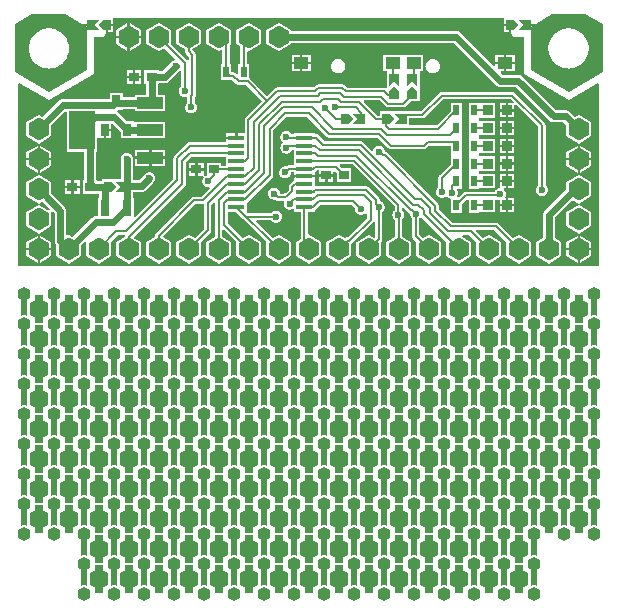
<source format=gtl>
%FSLAX46Y46*%
%MOMM*%
%ADD16C,0.200000*%
%ADD15C,0.600000*%
%AMPS13*
4,1,10,
0.000000,0.606235,
0.525000,0.303117,
0.525000,-0.303117,
0.270000,-0.450252,
0.270000,-1.884155,
0.000000,-1.733765,
-0.270000,-1.884155,
-0.270000,-0.450252,
-0.525000,-0.303117,
-0.525000,0.303117,
0.000000,0.606235,
0
*
%
%ADD13PS13*%
%AMPS10*
4,1,10,
0.000000,0.606235,
0.525000,0.303117,
0.525000,-0.303117,
0.270000,-0.450252,
0.270000,-1.884155,
0.000000,-1.733765,
-0.270000,-1.884155,
-0.270000,-0.450252,
-0.525000,-0.303117,
-0.525000,0.303117,
0.000000,0.606235,
0
*
%
%ADD10PS10*%
%AMPS14*
4,1,6,
0.000000,0.606235,
0.525000,0.303117,
0.525000,-0.303117,
0.000000,-0.606235,
-0.525000,-0.303117,
-0.525000,0.303117,
0.000000,0.606235,
0
*
%
%ADD14PS14*%
%AMPS31*
4,1,5,
0.750000,0.000000,
0.300000,0.450000,
-0.300000,0.450000,
-0.300000,-0.450000,
0.300000,-0.450000,
0.750000,0.000000,
0
*
%
%ADD31PS31*%
%AMPS29*
4,1,5,
0.000000,0.750000,
-0.450000,0.300000,
-0.450000,-0.300000,
0.450000,-0.300000,
0.450000,0.300000,
0.000000,0.750000,
0
*
%
%ADD29PS29*%
%AMPS18*
21,1,2.150000,3.250000,0.000000,0.000000,180.000000*
%
%ADD18PS18*%
%AMPS22*
21,1,0.800000,0.800000,0.000000,0.000000,180.000000*
%
%ADD22PS22*%
%AMPS19*
21,1,2.150000,0.950000,0.000000,0.000000,180.000000*
%
%ADD19PS19*%
%AMPS38*
21,1,0.400000,1.350000,0.000000,0.000000,90.000000*
%
%ADD38PS38*%
%AMPS37*
21,1,0.400000,1.350000,0.000000,0.000000,270.000000*
%
%ADD37PS37*%
%AMPS33*
21,1,1.250000,1.000000,0.000000,0.000000,0.000000*
%
%ADD33PS33*%
%AMPS36*
21,1,1.250000,1.000000,0.000000,0.000000,180.000000*
%
%ADD36PS36*%
%AMPS23*
21,1,0.800000,0.750000,0.000000,0.000000,0.000000*
%
%ADD23PS23*%
%AMPS20*
21,1,0.800000,0.750000,0.000000,0.000000,180.000000*
%
%ADD20PS20*%
%AMPS26*
21,1,0.700000,1.000000,0.000000,0.000000,180.000000*
%
%ADD26PS26*%
%AMPS21*
21,1,0.700000,1.300000,0.000000,0.000000,0.000000*
%
%ADD21PS21*%
%AMPS17*
21,1,0.500000,0.900000,0.000000,0.000000,0.000000*
%
%ADD17PS17*%
%AMPS24*
21,1,0.500000,0.900000,0.000000,0.000000,180.000000*
%
%ADD24PS24*%
%AMPS40*
1,1,0.700000,0.000000,0.000000*
%
%ADD40PS40*%
%AMPS42*
1,1,0.600000,0.000000,0.000000*
%
%ADD42PS42*%
%AMPS28*
4,1,5,
0.300000,0.000000,
0.750000,0.450000,
-0.300000,0.450000,
-0.300000,-0.450000,
0.750000,-0.450000,
0.300000,0.000000,
0
*
%
%ADD28PS28*%
%AMPS35*
4,1,5,
-0.300000,0.000000,
-0.750000,-0.450000,
0.300000,-0.450000,
0.300000,0.450000,
-0.750000,0.450000,
-0.300000,0.000000,
0
*
%
%ADD35PS35*%
%AMPS11*
4,1,12,
-0.350000,1.170000,
0.350000,1.170000,
0.350000,0.721543,
0.800000,0.461893,
0.800000,-0.461893,
0.350000,-0.721543,
0.350000,-1.170000,
-0.350000,-1.170000,
-0.350000,-0.721543,
-0.800000,-0.461893,
-0.800000,0.461893,
-0.350000,0.721543,
-0.350000,1.170000,
0
*
%
%ADD11PS11*%
%AMPS41*
1,1,0.600000,0.000000,0.000000*
%
%ADD41PS41*%
%AMPS32*
4,1,5,
-0.300000,0.000000,
-0.750000,-0.450000,
0.300000,-0.450000,
0.300000,0.450000,
-0.750000,0.450000,
-0.300000,0.000000,
0
*
%
%ADD32PS32*%
%AMPS30*
4,1,5,
0.000000,-0.300000,
0.450000,-0.750000,
0.450000,0.300000,
-0.450000,0.300000,
-0.450000,-0.750000,
0.000000,-0.300000,
0
*
%
%ADD30PS30*%
%AMPS43*
1,1,0.600000,0.000000,0.000000*
%
%ADD43PS43*%
%AMPS12*
4,1,6,
0.000000,0.606235,
0.525000,0.303117,
0.525000,-0.303117,
0.000000,-0.606235,
-0.525000,-0.303117,
-0.525000,0.303117,
0.000000,0.606235,
0
*
%
%ADD12PS12*%
%AMPS34*
4,1,5,
0.750000,0.000000,
0.300000,0.450000,
-0.300000,0.450000,
-0.300000,-0.450000,
0.300000,-0.450000,
0.750000,0.000000,
0
*
%
%ADD34PS34*%
%AMPS27*
4,1,5,
-0.750000,0.000000,
-0.300000,-0.450000,
0.300000,-0.450000,
0.300000,0.450000,
-0.300000,0.450000,
-0.750000,0.000000,
0
*
%
%ADD27PS27*%
%AMPS25*
4,1,6,
0.000000,0.981524,
0.850000,0.490762,
0.850000,-0.490762,
0.000000,-0.981524,
-0.850000,-0.490762,
-0.850000,0.490762,
0.000000,0.981524,
0
*
%
%ADD25PS25*%
%AMPS39*
4,1,6,
0.000000,-0.981524,
-0.850000,-0.490762,
-0.850000,0.490762,
0.000000,0.981524,
0.850000,0.490762,
0.850000,-0.490762,
0.000000,-0.981524,
0
*
%
%ADD39PS39*%
G01*
%LPD*%
G36*
X16550000Y19100000D02*
X16550000Y19590000D01*
X-16550000Y19590000D01*
X-16550000Y19100000D01*
X-17150000Y19100000D01*
X-17150000Y18340000D01*
X-17132138Y18340000D01*
X-17295752Y17945000D01*
X-18190799Y17945000D01*
X-18190799Y14800708D01*
X-21999999Y12601401D01*
X-24489999Y14039045D01*
X-24590000Y13981310D01*
X-24590000Y-1400000D01*
X-19307837Y-1400000D01*
X-19284816Y-1396584D01*
X-19250000Y-1394874D01*
X-19215184Y-1396584D01*
X-19192163Y-1400000D01*
X-18557837Y-1400000D01*
X-18534816Y-1396584D01*
X-18500000Y-1394874D01*
X-18465184Y-1396584D01*
X-18442163Y-1400000D01*
X-17761654Y-1400000D01*
X-17760146Y-1394373D01*
X-17715194Y-1396583D01*
X-17692163Y-1400000D01*
X-17057837Y-1400000D01*
X-17034816Y-1396584D01*
X-17000000Y-1394874D01*
X-16965184Y-1396584D01*
X-16942163Y-1400000D01*
X-16307837Y-1400000D01*
X-16284816Y-1396584D01*
X-16250000Y-1394874D01*
X-16215184Y-1396584D01*
X-16192163Y-1400000D01*
X-15557837Y-1400000D01*
X-15534816Y-1396584D01*
X-15500000Y-1394874D01*
X-15465184Y-1396584D01*
X-15442163Y-1400000D01*
X-14807837Y-1400000D01*
X-14784816Y-1396584D01*
X-14750000Y-1394874D01*
X-14715184Y-1396584D01*
X-14692163Y-1400000D01*
X-14057837Y-1400000D01*
X-14034816Y-1396584D01*
X-14000000Y-1394874D01*
X-13965184Y-1396584D01*
X-13942163Y-1400000D01*
X-13307837Y-1400000D01*
X-13284816Y-1396584D01*
X-13250000Y-1394874D01*
X-13215184Y-1396584D01*
X-13192163Y-1400000D01*
X-12557837Y-1400000D01*
X-12534816Y-1396584D01*
X-12500000Y-1394874D01*
X-12465184Y-1396584D01*
X-12442163Y-1400000D01*
X-11807837Y-1400000D01*
X-11784816Y-1396584D01*
X-11750000Y-1394874D01*
X-11715184Y-1396584D01*
X-11692163Y-1400000D01*
X-11057837Y-1400000D01*
X-11034816Y-1396584D01*
X-11000000Y-1394874D01*
X-10965184Y-1396584D01*
X-10942163Y-1400000D01*
X-10307837Y-1400000D01*
X-10284816Y-1396584D01*
X-10249999Y-1394874D01*
X-10178782Y-1398371D01*
X-10178346Y-1400000D01*
X-9557837Y-1400000D01*
X-9534816Y-1396584D01*
X-9500000Y-1394874D01*
X-9465184Y-1396584D01*
X-9442163Y-1400000D01*
X-8807837Y-1400000D01*
X-8784816Y-1396584D01*
X-8750000Y-1394874D01*
X-8715184Y-1396584D01*
X-8692163Y-1400000D01*
X-8057837Y-1400000D01*
X-8034816Y-1396584D01*
X-8000000Y-1394874D01*
X-7965184Y-1396584D01*
X-7942163Y-1400000D01*
X-7307837Y-1400000D01*
X-7284816Y-1396584D01*
X-7250000Y-1394874D01*
X-7215184Y-1396584D01*
X-7192163Y-1400000D01*
X-6557837Y-1400000D01*
X-6534816Y-1396584D01*
X-6500000Y-1394874D01*
X-6465184Y-1396584D01*
X-6442163Y-1400000D01*
X-5807837Y-1400000D01*
X-5784816Y-1396584D01*
X-5750000Y-1394874D01*
X-5715184Y-1396584D01*
X-5692163Y-1400000D01*
X5692163Y-1400000D01*
X5715184Y-1396584D01*
X5750000Y-1394874D01*
X5784816Y-1396584D01*
X5807837Y-1400000D01*
X6442163Y-1400000D01*
X6465184Y-1396584D01*
X6500000Y-1394874D01*
X6534816Y-1396584D01*
X6557837Y-1400000D01*
X7192163Y-1400000D01*
X7215184Y-1396584D01*
X7250000Y-1394874D01*
X7284816Y-1396584D01*
X7307837Y-1400000D01*
X7942163Y-1400000D01*
X7965184Y-1396584D01*
X8000000Y-1394874D01*
X8034816Y-1396584D01*
X8057837Y-1400000D01*
X8692163Y-1400000D01*
X8715184Y-1396584D01*
X8750000Y-1394874D01*
X8784816Y-1396584D01*
X8807837Y-1400000D01*
X9442163Y-1400000D01*
X9465184Y-1396584D01*
X9500000Y-1394874D01*
X9534816Y-1396584D01*
X9557837Y-1400000D01*
X10178346Y-1400000D01*
X10178782Y-1398371D01*
X10249999Y-1394874D01*
X10284816Y-1396584D01*
X10307837Y-1400000D01*
X10942163Y-1400000D01*
X10965184Y-1396584D01*
X11000000Y-1394874D01*
X11034816Y-1396584D01*
X11057837Y-1400000D01*
X11692163Y-1400000D01*
X11715184Y-1396584D01*
X11750000Y-1394874D01*
X11784816Y-1396584D01*
X11807837Y-1400000D01*
X12442163Y-1400000D01*
X12465184Y-1396584D01*
X12500000Y-1394874D01*
X12534816Y-1396584D01*
X12557837Y-1400000D01*
X13192163Y-1400000D01*
X13215184Y-1396584D01*
X13250000Y-1394874D01*
X13284816Y-1396584D01*
X13307837Y-1400000D01*
X13942163Y-1400000D01*
X13965184Y-1396584D01*
X14000000Y-1394874D01*
X14034816Y-1396584D01*
X14057837Y-1400000D01*
X14692163Y-1400000D01*
X14715184Y-1396584D01*
X14750000Y-1394874D01*
X14784816Y-1396584D01*
X14807837Y-1400000D01*
X15442163Y-1400000D01*
X15465184Y-1396584D01*
X15500000Y-1394874D01*
X15534816Y-1396584D01*
X15557837Y-1400000D01*
X16192163Y-1400000D01*
X16215184Y-1396584D01*
X16250000Y-1394874D01*
X16284816Y-1396584D01*
X16307837Y-1400000D01*
X16942163Y-1400000D01*
X16965184Y-1396584D01*
X17000000Y-1394874D01*
X17034816Y-1396584D01*
X17057837Y-1400000D01*
X17692163Y-1400000D01*
X17715194Y-1396583D01*
X17760146Y-1394373D01*
X17761654Y-1400000D01*
X18442163Y-1400000D01*
X18465184Y-1396584D01*
X18500000Y-1394874D01*
X18534816Y-1396584D01*
X18557837Y-1400000D01*
X19192163Y-1400000D01*
X19215184Y-1396584D01*
X19250000Y-1394874D01*
X19284816Y-1396584D01*
X19307837Y-1400000D01*
X24590000Y-1400000D01*
X24590000Y13981309D01*
X24489999Y14039044D01*
X22000001Y12601401D01*
X18190802Y14800708D01*
X18190802Y17945000D01*
X17295752Y17945000D01*
X17132138Y18340000D01*
X17150000Y18340000D01*
X17150000Y19100000D01*
X16550000Y19100000D01*
D02*
G37*
%LPC*%
G36*
X-6025000Y9825000D02*
X-5404990Y9825000D01*
X-5404990Y10955725D01*
X-5400100Y11005353D01*
X-5382689Y11062747D01*
X-5354411Y11115652D01*
X-5322782Y11154192D01*
X-3931335Y12545640D01*
X-5280685Y13894990D01*
X-5939143Y13894990D01*
X-5988776Y13899877D01*
X-6046175Y13917291D01*
X-6099078Y13945568D01*
X-6144844Y13983127D01*
X-6151318Y13990896D01*
X-6505422Y14345000D01*
X-7455000Y14345000D01*
X-7455000Y15655000D01*
X-7305000Y15655000D01*
X-7305000Y16823933D01*
X-7405001Y16881668D01*
X-7630000Y16751761D01*
X-8685000Y17360883D01*
X-8685000Y18579117D01*
X-7630000Y19188239D01*
X-6575000Y18579117D01*
X-6575000Y17360883D01*
X-6695000Y17291599D01*
X-6695000Y15655000D01*
X-6545000Y15655000D01*
X-6545000Y14984290D01*
X-6398300Y14984290D01*
X-6348677Y14979402D01*
X-6291277Y14961988D01*
X-6238375Y14933711D01*
X-6192609Y14896152D01*
X-6186135Y14888383D01*
X-6078463Y14780711D01*
X-5955000Y14831851D01*
X-5955000Y15655000D01*
X-5805000Y15655000D01*
X-5805000Y17164578D01*
X-6145000Y17360883D01*
X-6145000Y18579117D01*
X-5090000Y19188239D01*
X-4035000Y18579117D01*
X-4035000Y17360883D01*
X-5089998Y16751762D01*
X-5094997Y16754648D01*
X-5195000Y16696913D01*
X-5195000Y15655000D01*
X-5045000Y15655000D01*
X-5045000Y14486830D01*
X-4984349Y14454412D01*
X-4938582Y14416852D01*
X-4932108Y14409083D01*
X-3500000Y12976975D01*
X-2854162Y13622812D01*
X-2815622Y13654441D01*
X-2762717Y13682719D01*
X-2705323Y13700130D01*
X-2655695Y13705020D01*
X437067Y13705020D01*
X591170Y13859123D01*
X597644Y13866892D01*
X643410Y13904451D01*
X696312Y13932728D01*
X753712Y13950142D01*
X803335Y13955030D01*
X2860045Y13955030D01*
X2909673Y13950140D01*
X2967067Y13932729D01*
X3019972Y13904451D01*
X3058512Y13872822D01*
X3276306Y13655029D01*
X6410046Y13655029D01*
X6459668Y13650140D01*
X6595000Y13609081D01*
X6595000Y15045000D01*
X6295000Y15045000D01*
X6295000Y16455000D01*
X9705000Y16455000D01*
X9705000Y15522385D01*
X9890285Y15508716D01*
X9906505Y15618051D01*
X9920932Y15675651D01*
X9940943Y15731573D01*
X9966330Y15785251D01*
X9996862Y15836191D01*
X10032232Y15883883D01*
X10072115Y15927887D01*
X10116119Y15967770D01*
X10163811Y16003140D01*
X10214751Y16033672D01*
X10268429Y16059059D01*
X10324351Y16079070D01*
X10381950Y16093497D01*
X10440683Y16102210D01*
X10500004Y16105124D01*
X10559325Y16102210D01*
X10618058Y16093497D01*
X10675657Y16079070D01*
X10731579Y16059059D01*
X10785257Y16033672D01*
X10836197Y16003140D01*
X10883889Y15967770D01*
X10927893Y15927887D01*
X10967776Y15883883D01*
X11003146Y15836191D01*
X11033678Y15785251D01*
X11059065Y15731573D01*
X11079076Y15675651D01*
X11093503Y15618052D01*
X11102216Y15559319D01*
X11105130Y15499998D01*
X11102216Y15440677D01*
X11093503Y15381944D01*
X11079076Y15324345D01*
X11059065Y15268423D01*
X11033678Y15214745D01*
X11003146Y15163805D01*
X10967776Y15116113D01*
X10927893Y15072109D01*
X10883889Y15032226D01*
X10836197Y14996856D01*
X10785257Y14966324D01*
X10731579Y14940937D01*
X10675657Y14920926D01*
X10618058Y14906499D01*
X10559325Y14897786D01*
X10500004Y14894872D01*
X10440683Y14897786D01*
X10381950Y14906499D01*
X10324351Y14920926D01*
X10268429Y14940937D01*
X10214751Y14966324D01*
X10163811Y14996856D01*
X10116119Y15032226D01*
X10072115Y15072109D01*
X10032232Y15116113D01*
X9996862Y15163805D01*
X9966330Y15214745D01*
X9940943Y15268423D01*
X9920932Y15324345D01*
X9906505Y15381945D01*
X9890285Y15491280D01*
X9705000Y15477611D01*
X9705000Y15045000D01*
X9405000Y15045000D01*
X9405000Y12545000D01*
X8676335Y12545000D01*
X8222241Y12090906D01*
X8215767Y12083137D01*
X8170001Y12045578D01*
X8117098Y12017301D01*
X8059699Y11999887D01*
X8010066Y11995000D01*
X6739935Y11995000D01*
X6690301Y11999887D01*
X6632901Y12017301D01*
X6580001Y12045576D01*
X6533509Y12083732D01*
X6527095Y12091570D01*
X6023646Y12595019D01*
X4705911Y12595019D01*
X4654771Y12471556D01*
X5821327Y11305000D01*
X6045000Y11305000D01*
X6045000Y11655000D01*
X8208858Y11655000D01*
X8261010Y11670822D01*
X8310633Y11675710D01*
X9494375Y11675710D01*
X11027758Y13209093D01*
X11034232Y13216862D01*
X11079998Y13254421D01*
X11132900Y13282698D01*
X11190300Y13300112D01*
X11239923Y13305000D01*
X17260075Y13305000D01*
X17309703Y13300110D01*
X17367097Y13282699D01*
X17420002Y13254421D01*
X17458542Y13222792D01*
X19972792Y10708542D01*
X20004421Y10670002D01*
X20032699Y10617097D01*
X20050110Y10559703D01*
X20055000Y10510075D01*
X20055000Y5404634D01*
X20107264Y5357263D01*
X20140562Y5320523D01*
X20170100Y5280695D01*
X20195588Y5238172D01*
X20216784Y5193356D01*
X20233491Y5146667D01*
X20245540Y5098560D01*
X20252814Y5049524D01*
X20255248Y5000000D01*
X20252814Y4950476D01*
X20245540Y4901440D01*
X20233491Y4853333D01*
X20216787Y4806650D01*
X20195588Y4761826D01*
X20170097Y4719300D01*
X20140562Y4679477D01*
X20107264Y4642736D01*
X20070523Y4609438D01*
X20030700Y4579903D01*
X19988174Y4554412D01*
X19943350Y4533213D01*
X19896667Y4516509D01*
X19848560Y4504460D01*
X19799524Y4497186D01*
X19750000Y4494752D01*
X19700476Y4497186D01*
X19651440Y4504460D01*
X19603333Y4516509D01*
X19556644Y4533216D01*
X19511828Y4554412D01*
X19469305Y4579900D01*
X19429477Y4609438D01*
X19392736Y4642736D01*
X19359438Y4679477D01*
X19329903Y4719300D01*
X19304412Y4761826D01*
X19283213Y4806650D01*
X19266509Y4853333D01*
X19254460Y4901440D01*
X19247186Y4950476D01*
X19244752Y5000000D01*
X19247186Y5049524D01*
X19254460Y5098560D01*
X19266509Y5146667D01*
X19283213Y5193350D01*
X19304412Y5238174D01*
X19329903Y5280700D01*
X19359438Y5320523D01*
X19392736Y5357263D01*
X19445000Y5404634D01*
X19445000Y10373665D01*
X17523463Y12295202D01*
X17400000Y12244062D01*
X17400000Y11850000D01*
X16900000Y11850000D01*
X16900000Y12350000D01*
X17294062Y12350000D01*
X17345202Y12473463D01*
X17123665Y12695000D01*
X11376335Y12695000D01*
X9842951Y11161616D01*
X9836477Y11153847D01*
X9790711Y11116288D01*
X9737808Y11088011D01*
X9680409Y11070597D01*
X9630776Y11065710D01*
X8455000Y11065710D01*
X8455000Y10504990D01*
X10823655Y10504990D01*
X12045000Y11726335D01*
X12045000Y12405000D01*
X12955000Y12405000D01*
X12955000Y5095000D01*
X12528927Y5095000D01*
X12597360Y4950326D01*
X12614065Y4903643D01*
X12626114Y4855536D01*
X12633388Y4806500D01*
X12635822Y4756976D01*
X12633388Y4707452D01*
X12626114Y4658416D01*
X12614065Y4610309D01*
X12597361Y4563626D01*
X12522339Y4405000D01*
X12723665Y4405000D01*
X13077768Y4759103D01*
X13084242Y4766872D01*
X13130008Y4804431D01*
X13182910Y4832708D01*
X13240310Y4850122D01*
X13289933Y4855010D01*
X15714563Y4855010D01*
X15763247Y4936231D01*
X15792782Y4976054D01*
X15838094Y5026051D01*
X15829143Y5046243D01*
X15989990Y5122316D01*
X16036677Y5139022D01*
X16084784Y5151071D01*
X16200000Y5168162D01*
X16200000Y5650000D01*
X16700000Y5650000D01*
X16700000Y5150000D01*
X16576790Y5150000D01*
X16524062Y5031048D01*
X16573906Y4976054D01*
X16603444Y4936226D01*
X16628932Y4893703D01*
X16650128Y4848887D01*
X16666835Y4802198D01*
X16678884Y4754091D01*
X16686158Y4705055D01*
X16688592Y4655531D01*
X16686158Y4606007D01*
X16678884Y4556971D01*
X16666834Y4508858D01*
X16609987Y4350000D01*
X16700000Y4350000D01*
X16700000Y3850000D01*
X16200000Y3850000D01*
X16200000Y4142900D01*
X16084784Y4159991D01*
X16036677Y4172040D01*
X15989988Y4188747D01*
X15805000Y4276237D01*
X15805000Y3145000D01*
X14455000Y3145000D01*
X14455000Y3095000D01*
X13545000Y3095000D01*
X13545000Y4189062D01*
X13421537Y4240202D01*
X12955000Y3773666D01*
X12955000Y3095000D01*
X12045000Y3095000D01*
X12045000Y4251623D01*
X11937224Y4290189D01*
X11892402Y4311388D01*
X11849879Y4336876D01*
X11810051Y4366414D01*
X11773310Y4399712D01*
X11740018Y4436447D01*
X11681111Y4515898D01*
X11566475Y4430878D01*
X11523949Y4405387D01*
X11479125Y4384188D01*
X11432442Y4367484D01*
X11384335Y4355435D01*
X11335299Y4348161D01*
X11285775Y4345727D01*
X11236251Y4348161D01*
X11187215Y4355435D01*
X11139108Y4367484D01*
X11092419Y4384191D01*
X11047603Y4405387D01*
X11005080Y4430875D01*
X10965252Y4460413D01*
X10928511Y4493711D01*
X10895213Y4530452D01*
X10865678Y4570275D01*
X10840187Y4612801D01*
X10818988Y4657625D01*
X10802284Y4704308D01*
X10790235Y4752415D01*
X10782961Y4801451D01*
X10780527Y4850975D01*
X10782961Y4900499D01*
X10790235Y4949535D01*
X10802284Y4997642D01*
X10818988Y5044325D01*
X10840187Y5089149D01*
X10865678Y5131675D01*
X10895212Y5171497D01*
X10928511Y5208238D01*
X10980775Y5255609D01*
X10980775Y6045841D01*
X10985662Y6095474D01*
X11003076Y6152873D01*
X11031353Y6205776D01*
X11068912Y6251542D01*
X11076681Y6258016D01*
X12045000Y7226335D01*
X12045000Y8765710D01*
X10197045Y8765710D01*
X9972241Y8540906D01*
X9965767Y8533137D01*
X9920001Y8495578D01*
X9867098Y8467301D01*
X9809699Y8449887D01*
X9760066Y8445000D01*
X6967114Y8445000D01*
X6917480Y8449887D01*
X6860080Y8467301D01*
X6807180Y8495576D01*
X6760688Y8533732D01*
X6754274Y8541570D01*
X5850864Y9444980D01*
X1760253Y9444981D01*
X1750168Y9443973D01*
X1690325Y9449868D01*
X1632924Y9467279D01*
X1580016Y9495559D01*
X1541474Y9527193D01*
X-126335Y11195000D01*
X-1873665Y11195000D01*
X-2994947Y10073718D01*
X-2994948Y6285286D01*
X-2993940Y6275201D01*
X-2999835Y6215358D01*
X-3017246Y6157957D01*
X-3045526Y6105049D01*
X-3077160Y6066507D01*
X-5127095Y4016570D01*
X-5133509Y4008732D01*
X-5179999Y3970578D01*
X-5245000Y3935834D01*
X-5245000Y3126335D01*
X-5173665Y3055000D01*
X-3154631Y3055000D01*
X-3107264Y3107263D01*
X-3070525Y3140562D01*
X-3030697Y3170098D01*
X-2988176Y3195586D01*
X-2943350Y3216787D01*
X-2896667Y3233491D01*
X-2848560Y3245540D01*
X-2799524Y3252814D01*
X-2750000Y3255248D01*
X-2700476Y3252814D01*
X-2651440Y3245540D01*
X-2603333Y3233491D01*
X-2556650Y3216787D01*
X-2511824Y3195586D01*
X-2469303Y3170098D01*
X-2429475Y3140562D01*
X-2392736Y3107263D01*
X-2359438Y3070523D01*
X-2329900Y3030695D01*
X-2304412Y2988172D01*
X-2283216Y2943356D01*
X-2266509Y2896667D01*
X-2254460Y2848560D01*
X-2247186Y2799524D01*
X-2244752Y2750000D01*
X-2247186Y2700476D01*
X-2254460Y2651440D01*
X-2266509Y2603333D01*
X-2283213Y2556650D01*
X-2304412Y2511826D01*
X-2329903Y2469300D01*
X-2359438Y2429477D01*
X-2392736Y2392736D01*
X-2429477Y2359438D01*
X-2469300Y2329903D01*
X-2511826Y2304412D01*
X-2556650Y2283213D01*
X-2603333Y2266509D01*
X-2651440Y2254460D01*
X-2700476Y2247186D01*
X-2750000Y2244752D01*
X-2799524Y2247186D01*
X-2848560Y2254460D01*
X-2896667Y2266509D01*
X-2943356Y2283216D01*
X-2988172Y2304412D01*
X-3030695Y2329900D01*
X-3070523Y2359438D01*
X-3107268Y2392740D01*
X-3154630Y2445000D01*
X-4389062Y2445000D01*
X-4440202Y2321537D01*
X-3045212Y926546D01*
X-2540000Y1218239D01*
X-1485000Y609117D01*
X-1485000Y-609117D01*
X-2540000Y-1218239D01*
X-3595000Y-609117D01*
X-3595000Y613665D01*
X-5509094Y2527759D01*
X-5516265Y2533734D01*
X-5522240Y2540905D01*
X-6151335Y3170000D01*
X-6845010Y3170000D01*
X-6845010Y2196345D01*
X-5578872Y930206D01*
X-5080000Y1218239D01*
X-4025000Y609117D01*
X-4025000Y-609117D01*
X-5080000Y-1218239D01*
X-6135000Y-609117D01*
X-6135000Y623665D01*
X-7191537Y1680202D01*
X-7315000Y1629062D01*
X-7315000Y1042142D01*
X-6565000Y609117D01*
X-6565000Y-609117D01*
X-7620000Y-1218239D01*
X-8675000Y-609117D01*
X-8675000Y609117D01*
X-7925000Y1042142D01*
X-7925000Y3907652D01*
X-8048463Y3958792D01*
X-8245000Y3762255D01*
X-8245000Y1599935D01*
X-8249887Y1550301D01*
X-8267301Y1492901D01*
X-8295576Y1440001D01*
X-8333732Y1393509D01*
X-8341570Y1387095D01*
X-9105000Y623665D01*
X-9105000Y-609117D01*
X-10160000Y-1218239D01*
X-11215000Y-609117D01*
X-11215000Y609117D01*
X-10160000Y1218239D01*
X-9661127Y930206D01*
X-8855000Y1736335D01*
X-8855000Y3820001D01*
X-9585666Y3820001D01*
X-12375046Y1030621D01*
X-11645000Y609117D01*
X-11645000Y-609117D01*
X-12700000Y-1218239D01*
X-13755000Y-609117D01*
X-13755000Y609117D01*
X-13005000Y1042142D01*
X-13005000Y1147077D01*
X-13000110Y1196705D01*
X-12982699Y1254099D01*
X-12954421Y1307004D01*
X-12922792Y1345544D01*
X-9920543Y4347793D01*
X-9882003Y4379422D01*
X-9829098Y4407700D01*
X-9771704Y4425111D01*
X-9722076Y4430001D01*
X-9076334Y4430001D01*
X-8386265Y5120069D01*
X-8433091Y5241464D01*
X-8549525Y5247186D01*
X-8598560Y5254460D01*
X-8646667Y5266509D01*
X-8693356Y5283216D01*
X-8738172Y5304412D01*
X-8780695Y5329900D01*
X-8820523Y5359438D01*
X-8857264Y5392736D01*
X-8890562Y5429477D01*
X-8920097Y5469300D01*
X-8945588Y5511826D01*
X-8966787Y5556650D01*
X-8983491Y5603333D01*
X-8995540Y5651440D01*
X-9002814Y5700476D01*
X-9005248Y5750000D01*
X-9002814Y5799524D01*
X-8995540Y5848560D01*
X-8983491Y5896667D01*
X-8966787Y5943350D01*
X-8945587Y5988174D01*
X-8894396Y6073578D01*
X-8951850Y6175000D01*
X-9400000Y6175000D01*
X-9400000Y6650000D01*
X-8900000Y6650000D01*
X-8900000Y6216834D01*
X-8798577Y6159381D01*
X-8738169Y6195590D01*
X-8693345Y6216789D01*
X-8605000Y6248399D01*
X-8605000Y7330000D01*
X-7395000Y7330000D01*
X-7395000Y7055000D01*
X-7005000Y7055000D01*
X-7005000Y7820000D01*
X-9960667Y7820000D01*
X-10407002Y7373665D01*
X-10407002Y5527933D01*
X-10411889Y5478299D01*
X-10429303Y5420899D01*
X-10457578Y5367999D01*
X-10495734Y5321507D01*
X-10503572Y5315093D01*
X-14834530Y984135D01*
X-14185000Y609117D01*
X-14185000Y-609117D01*
X-15240000Y-1218239D01*
X-16295000Y-609117D01*
X-16295000Y609117D01*
X-15536993Y1046765D01*
X-15576714Y1195000D01*
X-16153665Y1195000D01*
X-16725000Y623665D01*
X-16725000Y-609117D01*
X-17780001Y-1218239D01*
X-18835000Y-609117D01*
X-18835000Y596219D01*
X-18958463Y647359D01*
X-19265000Y340822D01*
X-19265000Y-609117D01*
X-20320000Y-1218239D01*
X-21375000Y-609117D01*
X-21375000Y340346D01*
X-21433681Y411851D01*
X-21480439Y499328D01*
X-21509234Y594251D01*
X-21517965Y682890D01*
X-21517965Y3023786D01*
X-21681537Y3187358D01*
X-21805000Y3136218D01*
X-21805000Y1930883D01*
X-22860000Y1321762D01*
X-23915000Y1930883D01*
X-23915000Y3149117D01*
X-22860000Y3758239D01*
X-22004279Y3264174D01*
X-21897503Y3403325D01*
X-22540442Y4046264D01*
X-22860000Y3861761D01*
X-23915000Y4470883D01*
X-23915000Y5689117D01*
X-22860000Y6298238D01*
X-21805000Y5689117D01*
X-21805000Y4739179D01*
X-20662449Y3596627D01*
X-20654679Y3590152D01*
X-20592248Y3514078D01*
X-20545490Y3426601D01*
X-20516696Y3331680D01*
X-20507965Y3243031D01*
X-20507965Y1225187D01*
X-20407964Y1167452D01*
X-20320000Y1218239D01*
X-20000442Y1033736D01*
X-18377100Y2657078D01*
X-18369980Y2664199D01*
X-18301123Y2720706D01*
X-18213646Y2767464D01*
X-18118723Y2796259D01*
X-18030085Y2804990D01*
X-17807909Y2804990D01*
X-17807909Y4355000D01*
X-17757909Y4355000D01*
X-17757909Y4670000D01*
X-19105000Y4670000D01*
X-19105000Y5830000D01*
X-19005000Y5830000D01*
X-19005000Y8224185D01*
X-20482909Y8224185D01*
X-20482909Y11648309D01*
X-20606372Y11699449D01*
X-21805000Y10500822D01*
X-21805000Y9550883D01*
X-22860000Y8941762D01*
X-23915000Y9550883D01*
X-23915000Y10769117D01*
X-22860000Y11378239D01*
X-22540441Y11193736D01*
X-21147895Y12586283D01*
X-21140775Y12593404D01*
X-21071918Y12649911D01*
X-20984441Y12696669D01*
X-20889518Y12725464D01*
X-20800880Y12734195D01*
X-16857909Y12734195D01*
X-16857909Y13209185D01*
X-15747909Y13209185D01*
X-15747909Y12859185D01*
X-14682909Y12859185D01*
X-14682909Y13034185D01*
X-13807909Y13034185D01*
X-13807909Y13974185D01*
X-13907909Y13974185D01*
X-13907909Y15134185D01*
X-12697909Y15134185D01*
X-12697909Y15059185D01*
X-12404994Y15059185D01*
X-11610645Y15853533D01*
X-11607264Y15857263D01*
X-11603533Y15860645D01*
X-11599965Y15864212D01*
X-11596072Y15867407D01*
X-11570519Y15890567D01*
X-11542831Y15911100D01*
X-11531114Y15920715D01*
X-11517747Y15927860D01*
X-11488164Y15945593D01*
X-11456976Y15960343D01*
X-11443635Y15967473D01*
X-11429153Y15971867D01*
X-11396662Y15983493D01*
X-11317969Y16003204D01*
X-11286880Y16115545D01*
X-12211128Y17039794D01*
X-12710000Y16751761D01*
X-13765000Y17360883D01*
X-13765000Y18579117D01*
X-12710000Y19188239D01*
X-11655000Y18579117D01*
X-11655000Y17346335D01*
X-10278462Y15969797D01*
X-10154999Y16020937D01*
X-10154999Y16303664D01*
X-10379093Y16527758D01*
X-10386862Y16534232D01*
X-10424421Y16579998D01*
X-10452698Y16632900D01*
X-10470112Y16690300D01*
X-10475000Y16739923D01*
X-10475000Y16927858D01*
X-11225000Y17360883D01*
X-11225000Y18579117D01*
X-10170000Y19188239D01*
X-9115000Y18579117D01*
X-9115000Y17360883D01*
X-9897664Y16908999D01*
X-9640905Y16652240D01*
X-9633136Y16645766D01*
X-9595577Y16600000D01*
X-9567300Y16547097D01*
X-9549886Y16489698D01*
X-9544999Y16440065D01*
X-9544999Y13077934D01*
X-9549886Y13028300D01*
X-9567300Y12970900D01*
X-9595575Y12917999D01*
X-9653223Y12847756D01*
X-9653223Y12415836D01*
X-9600959Y12368465D01*
X-9567661Y12331725D01*
X-9538123Y12291897D01*
X-9512635Y12249374D01*
X-9491439Y12204558D01*
X-9474732Y12157869D01*
X-9462683Y12109762D01*
X-9455409Y12060726D01*
X-9452975Y12011202D01*
X-9455409Y11961678D01*
X-9462683Y11912642D01*
X-9474732Y11864535D01*
X-9491436Y11817852D01*
X-9512635Y11773028D01*
X-9538126Y11730502D01*
X-9567661Y11690679D01*
X-9600959Y11653938D01*
X-9637700Y11620640D01*
X-9677523Y11591105D01*
X-9720049Y11565614D01*
X-9764873Y11544415D01*
X-9811556Y11527711D01*
X-9859663Y11515662D01*
X-9908699Y11508388D01*
X-9958223Y11505954D01*
X-10007747Y11508388D01*
X-10056783Y11515662D01*
X-10104890Y11527711D01*
X-10151579Y11544418D01*
X-10196395Y11565614D01*
X-10238918Y11591102D01*
X-10278746Y11620640D01*
X-10315487Y11653938D01*
X-10348785Y11690679D01*
X-10378320Y11730502D01*
X-10403811Y11773028D01*
X-10425010Y11817852D01*
X-10441714Y11864535D01*
X-10453763Y11912642D01*
X-10461037Y11961678D01*
X-10463471Y12011202D01*
X-10461037Y12060726D01*
X-10453763Y12109762D01*
X-10441714Y12157869D01*
X-10425010Y12204552D01*
X-10403811Y12249376D01*
X-10378320Y12291902D01*
X-10348785Y12331725D01*
X-10315487Y12368465D01*
X-10263223Y12415836D01*
X-10263223Y12939079D01*
X-10401441Y12904460D01*
X-10450476Y12897186D01*
X-10500000Y12894752D01*
X-10549524Y12897186D01*
X-10598560Y12904460D01*
X-10646667Y12916509D01*
X-10693356Y12933216D01*
X-10738172Y12954412D01*
X-10780695Y12979900D01*
X-10820523Y13009438D01*
X-10857264Y13042736D01*
X-10890562Y13079477D01*
X-10920097Y13119300D01*
X-10945588Y13161826D01*
X-10966787Y13206650D01*
X-10983491Y13253333D01*
X-10995540Y13301440D01*
X-11002814Y13350476D01*
X-11005248Y13400000D01*
X-11002814Y13449524D01*
X-10995540Y13498560D01*
X-10983491Y13546667D01*
X-10966787Y13593350D01*
X-10945588Y13638174D01*
X-10920097Y13680700D01*
X-10890562Y13720523D01*
X-10857264Y13757263D01*
X-10805000Y13804634D01*
X-10805000Y15056219D01*
X-10928463Y15107359D01*
X-11832153Y14203668D01*
X-11838627Y14195899D01*
X-11914698Y14133469D01*
X-12002178Y14086710D01*
X-12097099Y14057916D01*
X-12185748Y14049185D01*
X-12697909Y14049185D01*
X-12697909Y13974185D01*
X-12797909Y13974185D01*
X-12797909Y13034185D01*
X-12122909Y13034185D01*
X-12122909Y11674185D01*
X-14682909Y11674185D01*
X-14682909Y11849185D01*
X-15747909Y11849185D01*
X-15747909Y11799185D01*
X-16176046Y11799185D01*
X-16223498Y11666562D01*
X-16091431Y11558180D01*
X-16084956Y11550410D01*
X-15343730Y10809185D01*
X-14797909Y10809185D01*
X-14797909Y10734185D01*
X-12122909Y10734185D01*
X-12122909Y9374185D01*
X-14682909Y9374185D01*
X-14682909Y9399185D01*
X-15907909Y9399185D01*
X-15907909Y9945006D01*
X-16579446Y10616543D01*
X-16702909Y10565403D01*
X-16702909Y10204185D01*
X-17352909Y10204185D01*
X-17352909Y9404185D01*
X-17922909Y9404185D01*
X-17922909Y8224185D01*
X-17995000Y8224185D01*
X-17995000Y5830000D01*
X-17895000Y5830000D01*
X-17895000Y5755000D01*
X-17507909Y5755000D01*
X-17507909Y5905000D01*
X-15905000Y5905000D01*
X-15905000Y7644966D01*
X-15905248Y7650000D01*
X-15905000Y7655034D01*
X-15905000Y7660070D01*
X-15904506Y7665089D01*
X-15902814Y7699516D01*
X-15897754Y7733630D01*
X-15896268Y7748715D01*
X-15891869Y7763215D01*
X-15883491Y7796667D01*
X-15871870Y7829145D01*
X-15867474Y7843635D01*
X-15860337Y7856988D01*
X-15845590Y7888170D01*
X-15827856Y7917756D01*
X-15820717Y7931111D01*
X-15811105Y7942823D01*
X-15790565Y7970519D01*
X-15767406Y7996072D01*
X-15757791Y8007789D01*
X-15746075Y8017404D01*
X-15720527Y8040560D01*
X-15692827Y8061102D01*
X-15681113Y8070716D01*
X-15667749Y8077860D01*
X-15638173Y8095589D01*
X-15606988Y8110337D01*
X-15593635Y8117474D01*
X-15579145Y8121870D01*
X-15546667Y8133491D01*
X-15513215Y8141869D01*
X-15498714Y8146268D01*
X-15483631Y8147754D01*
X-15449517Y8152814D01*
X-15415086Y8154506D01*
X-15400000Y8155992D01*
X-15384914Y8154506D01*
X-15350483Y8152814D01*
X-15316369Y8147754D01*
X-15301286Y8146268D01*
X-15286783Y8141869D01*
X-15253334Y8133492D01*
X-15220858Y8121871D01*
X-15206364Y8117474D01*
X-15193003Y8110333D01*
X-15161830Y8095590D01*
X-15132259Y8077865D01*
X-15118888Y8070718D01*
X-15107162Y8061095D01*
X-15079477Y8040564D01*
X-15053934Y8017412D01*
X-15042209Y8007790D01*
X-15032583Y7996060D01*
X-15009434Y7970519D01*
X-14988907Y7942840D01*
X-14979283Y7931113D01*
X-14972131Y7917733D01*
X-14954408Y7888164D01*
X-14939674Y7857011D01*
X-14932525Y7843637D01*
X-14928123Y7829124D01*
X-14916508Y7796665D01*
X-14908136Y7763237D01*
X-14903730Y7748711D01*
X-14902242Y7733605D01*
X-14897186Y7699517D01*
X-14895494Y7665087D01*
X-14895000Y7660068D01*
X-14895000Y7655034D01*
X-14894752Y7650000D01*
X-14895000Y7644966D01*
X-14895000Y5855014D01*
X-14359165Y5855014D01*
X-13860645Y6353533D01*
X-13857265Y6357263D01*
X-13853534Y6360644D01*
X-13849965Y6364212D01*
X-13846072Y6367407D01*
X-13820519Y6390567D01*
X-13792831Y6411100D01*
X-13781114Y6420715D01*
X-13767747Y6427860D01*
X-13738164Y6445593D01*
X-13706976Y6460343D01*
X-13693635Y6467473D01*
X-13679153Y6471867D01*
X-13646664Y6483492D01*
X-13613219Y6491868D01*
X-13598714Y6496269D01*
X-13583623Y6497755D01*
X-13549524Y6502814D01*
X-13515072Y6504507D01*
X-13499998Y6505991D01*
X-13484924Y6504507D01*
X-13450477Y6502814D01*
X-13416380Y6497755D01*
X-13401283Y6496268D01*
X-13386773Y6491866D01*
X-13353336Y6483492D01*
X-13320861Y6471872D01*
X-13306364Y6467474D01*
X-13293005Y6460333D01*
X-13261831Y6445590D01*
X-13232254Y6427861D01*
X-13218885Y6420715D01*
X-13207168Y6411099D01*
X-13179475Y6390562D01*
X-13153919Y6367399D01*
X-13142210Y6357790D01*
X-13132596Y6346075D01*
X-13109436Y6320521D01*
X-13088914Y6292849D01*
X-13079283Y6281114D01*
X-13072129Y6267730D01*
X-13054415Y6238177D01*
X-13039669Y6206998D01*
X-13032524Y6193631D01*
X-13028126Y6179132D01*
X-13016510Y6146672D01*
X-13008136Y6113239D01*
X-13003731Y6098716D01*
X-13002242Y6083602D01*
X-12997186Y6049523D01*
X-12995494Y6015094D01*
X-12994008Y6000000D01*
X-12995494Y5984906D01*
X-12997186Y5950477D01*
X-13002242Y5916398D01*
X-13003731Y5901284D01*
X-13008137Y5886758D01*
X-13016510Y5853328D01*
X-13028122Y5820878D01*
X-13032525Y5806364D01*
X-13039675Y5792987D01*
X-13054408Y5761833D01*
X-13072129Y5732269D01*
X-13079283Y5718884D01*
X-13088916Y5707147D01*
X-13109437Y5679478D01*
X-13132595Y5653926D01*
X-13135790Y5650033D01*
X-13139349Y5646474D01*
X-13142736Y5642736D01*
X-13146474Y5639349D01*
X-13786324Y4999497D01*
X-13792798Y4991728D01*
X-13868869Y4929298D01*
X-13956349Y4882539D01*
X-14051275Y4853743D01*
X-14094963Y4849440D01*
X-14094963Y4849441D01*
X-14139918Y4845014D01*
X-14847909Y4845014D01*
X-14847909Y4355000D01*
X-14797909Y4355000D01*
X-14797909Y2808029D01*
X-14674446Y2756889D01*
X-11467012Y5964323D01*
X-11467012Y7696475D01*
X-11462122Y7746103D01*
X-11444711Y7803497D01*
X-11416433Y7856402D01*
X-11384804Y7894942D01*
X-10281954Y8997792D01*
X-10243414Y9029421D01*
X-10190509Y9057699D01*
X-10133115Y9075110D01*
X-10083487Y9080000D01*
X-7005000Y9080000D01*
X-7005000Y9180000D01*
X-7000000Y9180000D01*
X-7000000Y9325000D01*
X-6025000Y9325000D01*
X-6025000Y9825000D01*
D02*
G37*
%LPC*%
G36*
X22860000Y8941762D02*
X21805000Y9550883D01*
X21805000Y10500821D01*
X21560821Y10745000D01*
X20739935Y10745000D01*
X20651284Y10753731D01*
X20556363Y10782525D01*
X20468885Y10829283D01*
X20392090Y10892305D01*
X20385673Y10900149D01*
X17540821Y13745000D01*
X16212101Y13745000D01*
X16123450Y13753731D01*
X16028529Y13782525D01*
X15941051Y13829283D01*
X15864256Y13892305D01*
X15857839Y13900149D01*
X12292987Y17465000D01*
X-1495000Y17465000D01*
X-1495000Y17360883D01*
X-2550000Y16751761D01*
X-3605000Y17360883D01*
X-3605000Y18579117D01*
X-2550000Y19188239D01*
X-1495000Y18579117D01*
X-1495000Y18475000D01*
X12512241Y18475000D01*
X12600879Y18466269D01*
X12695802Y18437474D01*
X12783279Y18390716D01*
X12852128Y18334215D01*
X15676537Y15509808D01*
X15800000Y15560948D01*
X15800000Y15650000D01*
X16525000Y15650000D01*
X16525000Y15050000D01*
X16310948Y15050000D01*
X16259808Y14926537D01*
X16431345Y14755000D01*
X17760075Y14755000D01*
X17848713Y14746269D01*
X17943636Y14717474D01*
X18031113Y14670716D01*
X18076314Y14633622D01*
X18099961Y14614216D01*
X20959179Y11755000D01*
X21780075Y11755000D01*
X21868713Y11746269D01*
X21963636Y11717474D01*
X22051113Y11670716D01*
X22119962Y11614215D01*
X22540441Y11193736D01*
X22860000Y11378239D01*
X23915000Y10769117D01*
X23915000Y9550883D01*
X22860000Y8941762D01*
D02*
G37*
%LPC*%
G36*
X-15350000Y18070000D02*
X-16300000Y18070000D01*
X-16300000Y18576231D01*
X-15350000Y19124729D01*
X-15350000Y18070000D01*
D02*
G37*
%LPC*%
G36*
X-14200000Y18070000D02*
X-15150000Y18070000D01*
X-15150000Y19124729D01*
X-14200000Y18576231D01*
X-14200000Y18070000D01*
D02*
G37*
%LPC*%
G36*
X16950000Y18350000D02*
X16550000Y18350000D01*
X16550000Y18900000D01*
X16950000Y18900000D01*
X16950000Y18350000D01*
D02*
G37*
%LPC*%
G36*
X-16950000Y18900000D02*
X-16550000Y18900000D01*
X-16550000Y18350000D01*
X-16950000Y18350000D01*
X-16950000Y18900000D01*
D02*
G37*
%LPC*%
G36*
X-14200000Y17870000D02*
X-14200000Y17363769D01*
X-15150000Y16815271D01*
X-15150000Y17870000D01*
X-14200000Y17870000D01*
D02*
G37*
%LPC*%
G36*
X-15350000Y16815271D02*
X-16300000Y17363769D01*
X-16300000Y17870000D01*
X-15350000Y17870000D01*
X-15350000Y16815271D01*
D02*
G37*
%LPC*%
G36*
X-725000Y15850000D02*
X-1450000Y15850000D01*
X-1450000Y16450000D01*
X-725000Y16450000D01*
X-725000Y15850000D01*
D02*
G37*
%LPC*%
G36*
X16525000Y15850000D02*
X15800000Y15850000D01*
X15800000Y16450000D01*
X16525000Y16450000D01*
X16525000Y15850000D01*
D02*
G37*
%LPC*%
G36*
X17450000Y15850000D02*
X16725000Y15850000D01*
X16725000Y16450000D01*
X17450000Y16450000D01*
X17450000Y15850000D01*
D02*
G37*
%LPC*%
G36*
X200000Y15850000D02*
X-525000Y15850000D01*
X-525000Y16450000D01*
X200000Y16450000D01*
X200000Y15850000D01*
D02*
G37*
%LPC*%
G36*
X2500000Y14894874D02*
X2440679Y14897788D01*
X2381946Y14906501D01*
X2324347Y14920928D01*
X2268425Y14940939D01*
X2214747Y14966326D01*
X2163807Y14996858D01*
X2116115Y15032228D01*
X2072111Y15072111D01*
X2032228Y15116115D01*
X1996858Y15163807D01*
X1966326Y15214747D01*
X1940939Y15268425D01*
X1920928Y15324347D01*
X1906501Y15381946D01*
X1897788Y15440679D01*
X1894874Y15499998D01*
X1897788Y15559321D01*
X1906501Y15618054D01*
X1920928Y15675653D01*
X1940939Y15731575D01*
X1966326Y15785253D01*
X1996858Y15836193D01*
X2032228Y15883885D01*
X2072111Y15927889D01*
X2116115Y15967772D01*
X2163807Y16003142D01*
X2214747Y16033674D01*
X2268425Y16059061D01*
X2324347Y16079072D01*
X2381946Y16093499D01*
X2440679Y16102212D01*
X2500000Y16105126D01*
X2559321Y16102212D01*
X2618054Y16093499D01*
X2675653Y16079072D01*
X2731575Y16059061D01*
X2785253Y16033674D01*
X2836193Y16003142D01*
X2883885Y15967772D01*
X2927889Y15927889D01*
X2967772Y15883885D01*
X3003142Y15836193D01*
X3033674Y15785253D01*
X3059061Y15731575D01*
X3079072Y15675653D01*
X3093499Y15618054D01*
X3102212Y15559321D01*
X3105126Y15499998D01*
X3102212Y15440679D01*
X3093499Y15381946D01*
X3079072Y15324347D01*
X3059061Y15268425D01*
X3033674Y15214747D01*
X3003142Y15163807D01*
X2967772Y15116115D01*
X2927889Y15072111D01*
X2883885Y15032228D01*
X2836193Y14996858D01*
X2785253Y14966326D01*
X2731575Y14940939D01*
X2675653Y14920928D01*
X2618054Y14906501D01*
X2559321Y14897788D01*
X2500000Y14894874D01*
D02*
G37*
%LPC*%
G36*
X16725000Y15650000D02*
X17450000Y15650000D01*
X17450000Y15050000D01*
X16725000Y15050000D01*
X16725000Y15650000D01*
D02*
G37*
%LPC*%
G36*
X200000Y15650000D02*
X200000Y15050000D01*
X-525000Y15050000D01*
X-525000Y15650000D01*
X200000Y15650000D01*
D02*
G37*
%LPC*%
G36*
X-725000Y15050000D02*
X-1450000Y15050000D01*
X-1450000Y15650000D01*
X-725000Y15650000D01*
X-725000Y15050000D01*
D02*
G37*
%LPC*%
G36*
X-14902909Y14654185D02*
X-15402909Y14654185D01*
X-15402909Y15129185D01*
X-14902909Y15129185D01*
X-14902909Y14654185D01*
D02*
G37*
%LPC*%
G36*
X-14202909Y14654185D02*
X-14702909Y14654185D01*
X-14702909Y15129185D01*
X-14202909Y15129185D01*
X-14202909Y14654185D01*
D02*
G37*
%LPC*%
G36*
X-14202909Y14454185D02*
X-14202909Y13979185D01*
X-14702909Y13979185D01*
X-14702909Y14454185D01*
X-14202909Y14454185D01*
D02*
G37*
%LPC*%
G36*
X-14902909Y13979185D02*
X-15402909Y13979185D01*
X-15402909Y14454185D01*
X-14902909Y14454185D01*
X-14902909Y13979185D01*
D02*
G37*
%LPC*%
G36*
X14455000Y5095000D02*
X13545000Y5095000D01*
X13545000Y12405000D01*
X14455000Y12405000D01*
X14455000Y12355000D01*
X15805000Y12355000D01*
X15805000Y11145000D01*
X14455000Y11145000D01*
X14455000Y10855000D01*
X15805000Y10855000D01*
X15805000Y9645000D01*
X14455000Y9645000D01*
X14455000Y9355000D01*
X15805000Y9355000D01*
X15805000Y8145000D01*
X14455000Y8145000D01*
X14455000Y7855000D01*
X15805000Y7855000D01*
X15805000Y6645000D01*
X14455000Y6645000D01*
X14455000Y6355000D01*
X15805000Y6355000D01*
X15805000Y5100706D01*
X15785365Y5145000D01*
X14455000Y5145000D01*
X14455000Y5095000D01*
D02*
G37*
%LPC*%
G36*
X16700000Y12350000D02*
X16700000Y11850000D01*
X16200000Y11850000D01*
X16200000Y12350000D01*
X16700000Y12350000D01*
D02*
G37*
%LPC*%
G36*
X17400000Y11150000D02*
X16900000Y11150000D01*
X16900000Y11650000D01*
X17400000Y11650000D01*
X17400000Y11150000D01*
D02*
G37*
%LPC*%
G36*
X16700000Y11150000D02*
X16200000Y11150000D01*
X16200000Y11650000D01*
X16700000Y11650000D01*
X16700000Y11150000D01*
D02*
G37*
%LPC*%
G36*
X16700000Y10350000D02*
X16200000Y10350000D01*
X16200000Y10850000D01*
X16700000Y10850000D01*
X16700000Y10350000D01*
D02*
G37*
%LPC*%
G36*
X17400000Y10350000D02*
X16900000Y10350000D01*
X16900000Y10850000D01*
X17400000Y10850000D01*
X17400000Y10350000D01*
D02*
G37*
%LPC*%
G36*
X17400000Y9650000D02*
X16900000Y9650000D01*
X16900000Y10150000D01*
X17400000Y10150000D01*
X17400000Y9650000D01*
D02*
G37*
%LPC*%
G36*
X16700000Y9650000D02*
X16200000Y9650000D01*
X16200000Y10150000D01*
X16700000Y10150000D01*
X16700000Y9650000D01*
D02*
G37*
%LPC*%
G36*
X900000Y6350000D02*
X900000Y6670010D01*
X676345Y6670010D01*
X622241Y6615906D01*
X615767Y6608137D01*
X570003Y6570579D01*
X505000Y6535833D01*
X505000Y6420000D01*
X500000Y6420000D01*
X500000Y6275000D01*
X-1250000Y6275000D01*
X-1250000Y6420000D01*
X-1255000Y6420000D01*
X-1255000Y6520000D01*
X-1486873Y6520000D01*
X-1504463Y6401431D01*
X-1516509Y6353333D01*
X-1533213Y6306650D01*
X-1554412Y6261826D01*
X-1579903Y6219300D01*
X-1609438Y6179477D01*
X-1642736Y6142736D01*
X-1679477Y6109438D01*
X-1719300Y6079903D01*
X-1761826Y6054412D01*
X-1806650Y6033213D01*
X-1853333Y6016509D01*
X-1901440Y6004460D01*
X-1950476Y5997186D01*
X-2000000Y5994752D01*
X-2049524Y5997186D01*
X-2098560Y6004460D01*
X-2146667Y6016509D01*
X-2193356Y6033216D01*
X-2238172Y6054412D01*
X-2280695Y6079900D01*
X-2320523Y6109438D01*
X-2357264Y6142736D01*
X-2390562Y6179477D01*
X-2420097Y6219300D01*
X-2445588Y6261826D01*
X-2466787Y6306650D01*
X-2483491Y6353333D01*
X-2495540Y6401440D01*
X-2502814Y6450476D01*
X-2505248Y6500000D01*
X-2502814Y6549524D01*
X-2495540Y6598560D01*
X-2483491Y6646667D01*
X-2466787Y6693350D01*
X-2445588Y6738174D01*
X-2420097Y6780700D01*
X-2390562Y6820523D01*
X-2357264Y6857263D01*
X-2320525Y6890562D01*
X-2280697Y6920098D01*
X-2238176Y6945586D01*
X-2193350Y6966787D01*
X-2146667Y6983491D01*
X-2098560Y6995540D01*
X-2049524Y7002814D01*
X-2000002Y7005248D01*
X-1929548Y7001784D01*
X-1883541Y7047793D01*
X-1845002Y7079421D01*
X-1792097Y7107699D01*
X-1734703Y7125110D01*
X-1685075Y7130000D01*
X-1255000Y7130000D01*
X-1255000Y8408940D01*
X-1411182Y8444010D01*
X-1454420Y8352585D01*
X-1479913Y8310055D01*
X-1509448Y8270232D01*
X-1542746Y8233491D01*
X-1579487Y8200193D01*
X-1619310Y8170658D01*
X-1661836Y8145167D01*
X-1706660Y8123968D01*
X-1753343Y8107264D01*
X-1801450Y8095215D01*
X-1850486Y8087941D01*
X-1900010Y8085507D01*
X-1949534Y8087941D01*
X-1998570Y8095215D01*
X-2046677Y8107264D01*
X-2093366Y8123971D01*
X-2138182Y8145167D01*
X-2180705Y8170655D01*
X-2220533Y8200193D01*
X-2257274Y8233491D01*
X-2290572Y8270232D01*
X-2320107Y8310055D01*
X-2345598Y8352581D01*
X-2366797Y8397405D01*
X-2383501Y8444088D01*
X-2395550Y8492195D01*
X-2402824Y8541231D01*
X-2405258Y8590755D01*
X-2402824Y8640279D01*
X-2395550Y8689315D01*
X-2383501Y8737422D01*
X-2366797Y8784105D01*
X-2345598Y8828929D01*
X-2320107Y8871455D01*
X-2290572Y8911278D01*
X-2257274Y8948018D01*
X-2149854Y9045381D01*
X-2257274Y9142736D01*
X-2290572Y9179477D01*
X-2320107Y9219300D01*
X-2345598Y9261826D01*
X-2366797Y9306650D01*
X-2383501Y9353333D01*
X-2395550Y9401440D01*
X-2402824Y9450476D01*
X-2405258Y9500000D01*
X-2402824Y9549524D01*
X-2395550Y9598560D01*
X-2383501Y9646667D01*
X-2366797Y9693350D01*
X-2345598Y9738174D01*
X-2320107Y9780700D01*
X-2290572Y9820523D01*
X-2257274Y9857263D01*
X-2220535Y9890562D01*
X-2180707Y9920098D01*
X-2138186Y9945586D01*
X-2093360Y9966787D01*
X-2046677Y9983491D01*
X-1998570Y9995540D01*
X-1949534Y10002814D01*
X-1900010Y10005248D01*
X-1850486Y10002814D01*
X-1801450Y9995540D01*
X-1753343Y9983491D01*
X-1706660Y9966787D01*
X-1661834Y9945586D01*
X-1619313Y9920098D01*
X-1579485Y9890562D01*
X-1542746Y9857263D01*
X-1509448Y9820523D01*
X-1479913Y9780699D01*
X-1449520Y9730000D01*
X-1255000Y9730000D01*
X-1255000Y9830000D01*
X505000Y9830000D01*
X505000Y9730000D01*
X660105Y9730000D01*
X709733Y9725110D01*
X767127Y9707699D01*
X820032Y9679421D01*
X858572Y9647792D01*
X1376335Y9130030D01*
X4435045Y9130030D01*
X4484673Y9125140D01*
X4542067Y9107729D01*
X4594972Y9079451D01*
X4633512Y9047822D01*
X5418553Y8262781D01*
X5483202Y8443456D01*
X5504402Y8488283D01*
X5529893Y8530809D01*
X5559428Y8570632D01*
X5592726Y8607372D01*
X5629465Y8640671D01*
X5669293Y8670207D01*
X5711814Y8695695D01*
X5756640Y8716896D01*
X5803323Y8733600D01*
X5851430Y8745649D01*
X5900466Y8752923D01*
X5949990Y8755357D01*
X5999514Y8752923D01*
X6048550Y8745649D01*
X6096657Y8733600D01*
X6143340Y8716896D01*
X6188166Y8695695D01*
X6230687Y8670207D01*
X6270515Y8640671D01*
X6307254Y8607372D01*
X6340552Y8570632D01*
X6370090Y8530804D01*
X6395578Y8488281D01*
X6416774Y8443465D01*
X6433481Y8396776D01*
X6445528Y8348677D01*
X6458443Y8261614D01*
X6553397Y8232809D01*
X6606302Y8204531D01*
X6644842Y8172902D01*
X10922803Y3894940D01*
X10954431Y3856399D01*
X10982710Y3803494D01*
X11000120Y3746096D01*
X11005008Y3696477D01*
X11005009Y3399145D01*
X12149146Y2255009D01*
X15840066Y2255009D01*
X15889694Y2250119D01*
X15947088Y2232708D01*
X15999993Y2204430D01*
X16038533Y2172801D01*
X17281127Y930206D01*
X17780000Y1218239D01*
X18835000Y609117D01*
X18835000Y-609117D01*
X17780001Y-1218239D01*
X16725000Y-609117D01*
X16725000Y623665D01*
X15703656Y1645009D01*
X14200929Y1645009D01*
X14149789Y1521546D01*
X14741127Y930206D01*
X15240000Y1218239D01*
X16295000Y609117D01*
X16295000Y-609117D01*
X15240000Y-1218239D01*
X14185000Y-609117D01*
X14185000Y623665D01*
X13613665Y1195000D01*
X13036714Y1195000D01*
X12996993Y1046765D01*
X13755000Y609117D01*
X13755000Y-609117D01*
X12700000Y-1218239D01*
X11645000Y-609117D01*
X11645000Y623665D01*
X9514805Y2753860D01*
X9425466Y2655288D01*
X9373205Y2607925D01*
X9373205Y1218130D01*
X9661128Y930206D01*
X10160000Y1218239D01*
X11215000Y609117D01*
X11215000Y-609117D01*
X10160000Y-1218239D01*
X9105000Y-609117D01*
X9105000Y623665D01*
X8859775Y868890D01*
X8851937Y875304D01*
X8813781Y921796D01*
X8785506Y974696D01*
X8768092Y1032096D01*
X8763205Y1081730D01*
X8763205Y2607925D01*
X8710945Y2655287D01*
X8677643Y2692032D01*
X8648108Y2731855D01*
X8622617Y2774381D01*
X8601418Y2819205D01*
X8584714Y2865888D01*
X8572665Y2913995D01*
X8565392Y2963020D01*
X8562829Y3015313D01*
X8482720Y3058132D01*
X8436230Y3096286D01*
X8429816Y3104124D01*
X8013083Y3520857D01*
X7889620Y3469717D01*
X7889620Y3320014D01*
X7941884Y3272643D01*
X7975182Y3235903D01*
X8004720Y3196075D01*
X8030208Y3153552D01*
X8051404Y3108736D01*
X8068111Y3062047D01*
X8080160Y3013940D01*
X8087434Y2964904D01*
X8089868Y2915380D01*
X8087434Y2865856D01*
X8080160Y2816820D01*
X8068111Y2768713D01*
X8051407Y2722030D01*
X8030208Y2677206D01*
X8004717Y2634680D01*
X7975182Y2594857D01*
X7925000Y2539487D01*
X7925000Y1042142D01*
X8675000Y609117D01*
X8675000Y-609117D01*
X7620000Y-1218239D01*
X6565000Y-609117D01*
X6565000Y609117D01*
X7315000Y1042142D01*
X7315000Y2487067D01*
X7264095Y2524820D01*
X7227356Y2558116D01*
X7194058Y2594857D01*
X7164523Y2634680D01*
X7139032Y2677206D01*
X7117833Y2722030D01*
X7101129Y2768713D01*
X7089080Y2816820D01*
X7081806Y2865856D01*
X7079372Y2915380D01*
X7081806Y2964904D01*
X7089080Y3013940D01*
X7101129Y3062047D01*
X7117833Y3108730D01*
X7139032Y3153554D01*
X7164523Y3196080D01*
X7194058Y3235903D01*
X7227356Y3272643D01*
X7279620Y3320014D01*
X7279620Y3617909D01*
X3727529Y7170000D01*
X2685938Y7170000D01*
X2634798Y7046537D01*
X2851335Y6830000D01*
X3605000Y6830000D01*
X3605000Y5670000D01*
X2395000Y5670000D01*
X2395000Y6423665D01*
X2223463Y6595202D01*
X2100000Y6544062D01*
X2100000Y6350000D01*
X900000Y6350000D01*
D02*
G37*
%LPC*%
G36*
X-17152909Y10004185D02*
X-16702909Y10004185D01*
X-16702909Y9404185D01*
X-17152909Y9404185D01*
X-17152909Y10004185D01*
D02*
G37*
%LPC*%
G36*
X-6225000Y9825000D02*
X-6225000Y9525000D01*
X-7000000Y9525000D01*
X-7000000Y9825000D01*
X-6225000Y9825000D01*
D02*
G37*
%LPC*%
G36*
X16700000Y8850000D02*
X16200000Y8850000D01*
X16200000Y9350000D01*
X16700000Y9350000D01*
X16700000Y8850000D01*
D02*
G37*
%LPC*%
G36*
X17400000Y8850000D02*
X16900000Y8850000D01*
X16900000Y9350000D01*
X17400000Y9350000D01*
X17400000Y8850000D01*
D02*
G37*
%LPC*%
G36*
X-22960000Y7720000D02*
X-23910000Y7720000D01*
X-23910000Y8226231D01*
X-22960000Y8774729D01*
X-22960000Y7720000D01*
D02*
G37*
%LPC*%
G36*
X-21810000Y7720000D02*
X-22760000Y7720000D01*
X-22760000Y8774729D01*
X-21810000Y8226231D01*
X-21810000Y7720000D01*
D02*
G37*
%LPC*%
G36*
X22760000Y7720000D02*
X21810000Y7720000D01*
X21810000Y8226231D01*
X22760000Y8774729D01*
X22760000Y7720000D01*
D02*
G37*
%LPC*%
G36*
X23910000Y7720000D02*
X22960000Y7720000D01*
X22960000Y8774729D01*
X23910000Y8226231D01*
X23910000Y7720000D01*
D02*
G37*
%LPC*%
G36*
X17400000Y8650000D02*
X17400000Y8150000D01*
X16900000Y8150000D01*
X16900000Y8650000D01*
X17400000Y8650000D01*
D02*
G37*
%LPC*%
G36*
X16700000Y8150000D02*
X16200000Y8150000D01*
X16200000Y8650000D01*
X16700000Y8650000D01*
X16700000Y8150000D01*
D02*
G37*
%LPC*%
G36*
X-13502909Y7854185D02*
X-14677909Y7854185D01*
X-14677909Y8429185D01*
X-13502909Y8429185D01*
X-13502909Y7854185D01*
D02*
G37*
%LPC*%
G36*
X-12127909Y7854185D02*
X-13302909Y7854185D01*
X-13302909Y8429185D01*
X-12127909Y8429185D01*
X-12127909Y7854185D01*
D02*
G37*
%LPC*%
G36*
X16700000Y7350000D02*
X16200000Y7350000D01*
X16200000Y7850000D01*
X16700000Y7850000D01*
X16700000Y7350000D01*
D02*
G37*
%LPC*%
G36*
X17400000Y7350000D02*
X16900000Y7350000D01*
X16900000Y7850000D01*
X17400000Y7850000D01*
X17400000Y7350000D01*
D02*
G37*
%LPC*%
G36*
X-12127909Y7079185D02*
X-13302909Y7079185D01*
X-13302909Y7654185D01*
X-12127909Y7654185D01*
X-12127909Y7079185D01*
D02*
G37*
%LPC*%
G36*
X-13502909Y7079185D02*
X-14677909Y7079185D01*
X-14677909Y7654185D01*
X-13502909Y7654185D01*
X-13502909Y7079185D01*
D02*
G37*
%LPC*%
G36*
X23910000Y7520000D02*
X23910000Y7013769D01*
X22960000Y6465271D01*
X22960000Y7520000D01*
X23910000Y7520000D01*
D02*
G37*
%LPC*%
G36*
X22760000Y6465271D02*
X21810000Y7013769D01*
X21810000Y7520000D01*
X22760000Y7520000D01*
X22760000Y6465271D01*
D02*
G37*
%LPC*%
G36*
X-22760000Y6465271D02*
X-22760000Y7520000D01*
X-21810000Y7520000D01*
X-21810000Y7013769D01*
X-22760000Y6465271D01*
D02*
G37*
%LPC*%
G36*
X-22960000Y6465271D02*
X-23910000Y7013769D01*
X-23910000Y7520000D01*
X-22960000Y7520000D01*
X-22960000Y6465271D01*
D02*
G37*
%LPC*%
G36*
X-9600000Y6850000D02*
X-10100000Y6850000D01*
X-10100000Y7325000D01*
X-9600000Y7325000D01*
X-9600000Y6850000D01*
D02*
G37*
%LPC*%
G36*
X-8900000Y6850000D02*
X-9400000Y6850000D01*
X-9400000Y7325000D01*
X-8900000Y7325000D01*
X-8900000Y6850000D01*
D02*
G37*
%LPC*%
G36*
X17400000Y7150000D02*
X17400000Y6650000D01*
X16900000Y6650000D01*
X16900000Y7150000D01*
X17400000Y7150000D01*
D02*
G37*
%LPC*%
G36*
X16700000Y6650000D02*
X16200000Y6650000D01*
X16200000Y7150000D01*
X16700000Y7150000D01*
X16700000Y6650000D01*
D02*
G37*
%LPC*%
G36*
X-9600000Y6175000D02*
X-10100000Y6175000D01*
X-10100000Y6650000D01*
X-9600000Y6650000D01*
X-9600000Y6175000D01*
D02*
G37*
%LPC*%
G36*
X16700000Y5850000D02*
X16200000Y5850000D01*
X16200000Y6350000D01*
X16700000Y6350000D01*
X16700000Y5850000D01*
D02*
G37*
%LPC*%
G36*
X17400000Y5850000D02*
X16900000Y5850000D01*
X16900000Y6350000D01*
X17400000Y6350000D01*
X17400000Y5850000D01*
D02*
G37*
%LPC*%
G36*
X20320000Y-1218239D02*
X19265000Y-609117D01*
X19265000Y609117D01*
X19815000Y926669D01*
X19815000Y2881590D01*
X19823731Y2970239D01*
X19852525Y3065160D01*
X19899283Y3152637D01*
X19961714Y3228711D01*
X19969484Y3235186D01*
X21805000Y5070703D01*
X21805000Y5689117D01*
X22860000Y6298238D01*
X23915000Y5689117D01*
X23915000Y4470883D01*
X22860000Y3861761D01*
X22330266Y4167612D01*
X20825000Y2662345D01*
X20825000Y926669D01*
X21375000Y609117D01*
X21375000Y-609117D01*
X20320000Y-1218239D01*
D02*
G37*
%LPC*%
G36*
X2100000Y6150000D02*
X2100000Y5675000D01*
X1600000Y5675000D01*
X1600000Y6150000D01*
X2100000Y6150000D01*
D02*
G37*
%LPC*%
G36*
X1400000Y5675000D02*
X900000Y5675000D01*
X900000Y6150000D01*
X1400000Y6150000D01*
X1400000Y5675000D01*
D02*
G37*
%LPC*%
G36*
X500000Y6075000D02*
X500000Y5930000D01*
X505000Y5930000D01*
X505000Y5330010D01*
X4871475Y5330010D01*
X4921103Y5325120D01*
X4978497Y5307709D01*
X5031402Y5279431D01*
X5069942Y5247802D01*
X5922793Y4394951D01*
X5954422Y4356411D01*
X5982700Y4303506D01*
X6000111Y4246112D01*
X6005001Y4196484D01*
X6005001Y4068170D01*
X6081034Y4049121D01*
X6127722Y4032415D01*
X6172548Y4011214D01*
X6215069Y3985726D01*
X6254897Y3956190D01*
X6291636Y3922891D01*
X6324934Y3886151D01*
X6354472Y3846323D01*
X6379960Y3803800D01*
X6401156Y3758984D01*
X6417863Y3712295D01*
X6429912Y3664188D01*
X6437186Y3615152D01*
X6439620Y3565628D01*
X6437186Y3516104D01*
X6429912Y3467068D01*
X6417863Y3418961D01*
X6401159Y3372278D01*
X6379960Y3327454D01*
X6354469Y3284928D01*
X6324934Y3245105D01*
X6291632Y3208360D01*
X6239372Y3160998D01*
X6239372Y844295D01*
X6234484Y794672D01*
X6217070Y737272D01*
X6188795Y684372D01*
X6135000Y618824D01*
X6135000Y-609117D01*
X5080000Y-1218239D01*
X4025000Y-609117D01*
X4025000Y659744D01*
X4051921Y624660D01*
X5080000Y1218239D01*
X5529371Y958787D01*
X5629372Y1016522D01*
X5629372Y2269740D01*
X5514206Y2323683D01*
X5459093Y2277758D01*
X3945145Y763811D01*
X4014518Y673404D01*
X3901537Y720202D01*
X3665206Y483871D01*
X3658734Y476104D01*
X3595000Y423798D01*
X3595000Y-609117D01*
X2540000Y-1218239D01*
X1485000Y-609117D01*
X1485000Y609117D01*
X2540000Y1218239D01*
X3035002Y932442D01*
X3115862Y975662D01*
X3173265Y993077D01*
X3222888Y997965D01*
X3316630Y997965D01*
X4945000Y2626335D01*
X4945000Y3035451D01*
X4826051Y3088180D01*
X4745523Y3015198D01*
X4705700Y2985663D01*
X4663174Y2960172D01*
X4618350Y2938973D01*
X4571667Y2922269D01*
X4523560Y2910220D01*
X4474524Y2902946D01*
X4425000Y2900512D01*
X4375476Y2902946D01*
X4326440Y2910220D01*
X4278333Y2922269D01*
X4231644Y2938976D01*
X4186828Y2960172D01*
X4144305Y2985660D01*
X4104477Y3015198D01*
X4067736Y3048496D01*
X4034438Y3085237D01*
X4004903Y3125060D01*
X3979412Y3167586D01*
X3958213Y3212410D01*
X3941509Y3259093D01*
X3929460Y3307200D01*
X3922186Y3356236D01*
X3919752Y3405758D01*
X3923216Y3476211D01*
X3654424Y3745001D01*
X1001336Y3745001D01*
X622241Y3365906D01*
X615767Y3358137D01*
X570003Y3320579D01*
X505000Y3285833D01*
X505000Y3170000D01*
X-70000Y3170000D01*
X-70000Y1258655D01*
X1055000Y609117D01*
X1055000Y-609117D01*
X0Y-1218239D01*
X-1055000Y-609117D01*
X-1055000Y609117D01*
X-680000Y825630D01*
X-680000Y3170000D01*
X-1255000Y3170000D01*
X-1255000Y3465124D01*
X-1428150Y3383235D01*
X-1474833Y3366530D01*
X-1522940Y3354481D01*
X-1571976Y3347207D01*
X-1621500Y3344773D01*
X-1671024Y3347207D01*
X-1720060Y3354481D01*
X-1768167Y3366530D01*
X-1814856Y3383237D01*
X-1859672Y3404433D01*
X-1902195Y3429921D01*
X-1942023Y3459459D01*
X-1978764Y3492757D01*
X-2012062Y3529498D01*
X-2041597Y3569321D01*
X-2067088Y3611847D01*
X-2088287Y3656671D01*
X-2104991Y3703354D01*
X-2117040Y3751461D01*
X-2124314Y3800497D01*
X-2126748Y3850021D01*
X-2124314Y3899545D01*
X-2117039Y3948584D01*
X-2079716Y4097612D01*
X-2647570Y4097612D01*
X-2697203Y4102499D01*
X-2754602Y4119913D01*
X-2807505Y4148190D01*
X-2871383Y4200613D01*
X-2937503Y4197363D01*
X-2987027Y4199797D01*
X-3036063Y4207071D01*
X-3084170Y4219120D01*
X-3130859Y4235827D01*
X-3175675Y4257023D01*
X-3218198Y4282511D01*
X-3258026Y4312049D01*
X-3294767Y4345347D01*
X-3328065Y4382088D01*
X-3357600Y4421911D01*
X-3383091Y4464437D01*
X-3404290Y4509261D01*
X-3420994Y4555944D01*
X-3433043Y4604051D01*
X-3440317Y4653087D01*
X-3442751Y4702611D01*
X-3440317Y4752135D01*
X-3433043Y4801171D01*
X-3420994Y4849278D01*
X-3404290Y4895961D01*
X-3383091Y4940785D01*
X-3357600Y4983311D01*
X-3328065Y5023134D01*
X-3294767Y5059874D01*
X-3258028Y5093173D01*
X-3218200Y5122709D01*
X-3175679Y5148197D01*
X-3130853Y5169398D01*
X-3084170Y5186102D01*
X-3036063Y5198151D01*
X-2987027Y5205425D01*
X-2937503Y5207859D01*
X-2887979Y5205425D01*
X-2838943Y5198151D01*
X-2790836Y5186102D01*
X-2744153Y5169398D01*
X-2699327Y5148197D01*
X-2656806Y5122709D01*
X-2616978Y5093173D01*
X-2580239Y5059874D01*
X-2546941Y5023134D01*
X-2517403Y4983306D01*
X-2491915Y4940783D01*
X-2470719Y4895967D01*
X-2454012Y4849278D01*
X-2441965Y4801179D01*
X-2428086Y4707612D01*
X-2125198Y4707612D01*
X-2103507Y4725408D01*
X-2050599Y4753688D01*
X-1993205Y4771099D01*
X-1943315Y4776015D01*
X-1705010Y5014321D01*
X-1705010Y5285065D01*
X-1700120Y5334693D01*
X-1682709Y5392087D01*
X-1654431Y5444992D01*
X-1622802Y5483532D01*
X-1358542Y5747792D01*
X-1320003Y5779420D01*
X-1255000Y5814166D01*
X-1255000Y5930000D01*
X-1250000Y5930000D01*
X-1250000Y6075000D01*
X500000Y6075000D01*
D02*
G37*
%LPC*%
G36*
X-20100000Y5350000D02*
X-20600000Y5350000D01*
X-20600000Y5825000D01*
X-20100000Y5825000D01*
X-20100000Y5350000D01*
D02*
G37*
%LPC*%
G36*
X-19400000Y5350000D02*
X-19900000Y5350000D01*
X-19900000Y5825000D01*
X-19400000Y5825000D01*
X-19400000Y5350000D01*
D02*
G37*
%LPC*%
G36*
X16900000Y5650000D02*
X17400000Y5650000D01*
X17400000Y5150000D01*
X16900000Y5150000D01*
X16900000Y5650000D01*
D02*
G37*
%LPC*%
G36*
X-19400000Y5150000D02*
X-19400000Y4675000D01*
X-19900000Y4675000D01*
X-19900000Y5150000D01*
X-19400000Y5150000D01*
D02*
G37*
%LPC*%
G36*
X-20100000Y4675000D02*
X-20600000Y4675000D01*
X-20600000Y5150000D01*
X-20100000Y5150000D01*
X-20100000Y4675000D01*
D02*
G37*
%LPC*%
G36*
X17400000Y3850000D02*
X16900000Y3850000D01*
X16900000Y4350000D01*
X17400000Y4350000D01*
X17400000Y3850000D01*
D02*
G37*
%LPC*%
G36*
X22860000Y1321762D02*
X21805000Y1930883D01*
X21805000Y3149117D01*
X22860000Y3758239D01*
X23915000Y3149117D01*
X23915000Y1930883D01*
X22860000Y1321762D01*
D02*
G37*
%LPC*%
G36*
X17400000Y3150000D02*
X16900000Y3150000D01*
X16900000Y3650000D01*
X17400000Y3650000D01*
X17400000Y3150000D01*
D02*
G37*
%LPC*%
G36*
X16700000Y3150000D02*
X16200000Y3150000D01*
X16200000Y3650000D01*
X16700000Y3650000D01*
X16700000Y3150000D01*
D02*
G37*
%LPC*%
G36*
X-22960000Y100000D02*
X-23910000Y100000D01*
X-23910000Y606231D01*
X-22960000Y1154729D01*
X-22960000Y100000D01*
D02*
G37*
%LPC*%
G36*
X-21810000Y100000D02*
X-22760000Y100000D01*
X-22760000Y1154729D01*
X-21810000Y606231D01*
X-21810000Y100000D01*
D02*
G37*
%LPC*%
G36*
X22760000Y100000D02*
X21810000Y100000D01*
X21810000Y606231D01*
X22760000Y1154729D01*
X22760000Y100000D01*
D02*
G37*
%LPC*%
G36*
X23910000Y100000D02*
X22960000Y100000D01*
X22960000Y1154729D01*
X23910000Y606231D01*
X23910000Y100000D01*
D02*
G37*
%LPC*%
G36*
X22960000Y-1154729D02*
X22960000Y-100000D01*
X23910000Y-100000D01*
X23910000Y-606231D01*
X22960000Y-1154729D01*
D02*
G37*
%LPC*%
G36*
X22760000Y-1154729D02*
X21810000Y-606231D01*
X21810000Y-100000D01*
X22760000Y-100000D01*
X22760000Y-1154729D01*
D02*
G37*
%LPC*%
G36*
X-21810000Y-100000D02*
X-21810000Y-606231D01*
X-22760000Y-1154729D01*
X-22760000Y-100000D01*
X-21810000Y-100000D01*
D02*
G37*
%LPC*%
G36*
X-22960000Y-1154729D02*
X-23910000Y-606231D01*
X-23910000Y-100000D01*
X-22960000Y-100000D01*
X-22960000Y-1154729D01*
D02*
G37*
%LPD*%
G36*
X-21999999Y13300000D02*
X-18795799Y15150000D01*
X-18795799Y18850000D01*
X-20597079Y19890000D01*
X-23402919Y19890000D01*
X-24890000Y19031408D01*
X-24890000Y14968592D01*
X-21999999Y13300000D01*
D02*
G37*
%LPC*%
G36*
X-22000000Y15294874D02*
X-22167133Y15303085D01*
X-22332658Y15327639D01*
X-22494968Y15368296D01*
X-22652523Y15424669D01*
X-22803793Y15496214D01*
X-22947315Y15582238D01*
X-23081723Y15681922D01*
X-23205706Y15794294D01*
X-23318078Y15918277D01*
X-23417762Y16052685D01*
X-23503786Y16196207D01*
X-23575331Y16347477D01*
X-23631704Y16505032D01*
X-23672361Y16667342D01*
X-23696915Y16832867D01*
X-23705126Y17000000D01*
X-23696915Y17167133D01*
X-23672361Y17332658D01*
X-23631704Y17494968D01*
X-23575331Y17652523D01*
X-23503786Y17803793D01*
X-23417762Y17947315D01*
X-23318078Y18081723D01*
X-23205706Y18205706D01*
X-23081723Y18318078D01*
X-22947315Y18417762D01*
X-22803793Y18503786D01*
X-22652523Y18575331D01*
X-22494968Y18631704D01*
X-22332658Y18672361D01*
X-22167133Y18696915D01*
X-22000000Y18705126D01*
X-21832867Y18696915D01*
X-21667342Y18672361D01*
X-21505032Y18631704D01*
X-21347477Y18575331D01*
X-21196207Y18503786D01*
X-21052686Y18417762D01*
X-20918278Y18318078D01*
X-20794294Y18205707D01*
X-20681922Y18081722D01*
X-20582238Y17947314D01*
X-20496214Y17803793D01*
X-20424669Y17652523D01*
X-20368296Y17494968D01*
X-20327639Y17332658D01*
X-20303085Y17167133D01*
X-20294874Y17000000D01*
X-20303085Y16832867D01*
X-20327639Y16667342D01*
X-20368296Y16505032D01*
X-20424669Y16347477D01*
X-20496214Y16196207D01*
X-20582238Y16052685D01*
X-20681922Y15918277D01*
X-20794294Y15794294D01*
X-20918277Y15681922D01*
X-21052685Y15582238D01*
X-21196207Y15496214D01*
X-21347477Y15424669D01*
X-21505032Y15368296D01*
X-21667342Y15327639D01*
X-21832867Y15303085D01*
X-22000000Y15294874D01*
D02*
G37*
%LPD*%
G36*
X22000001Y13300000D02*
X24890000Y14968591D01*
X24890000Y19031409D01*
X23402921Y19890000D01*
X20597081Y19890000D01*
X18795802Y18850000D01*
X18795802Y15150000D01*
X22000001Y13300000D01*
D02*
G37*
%LPC*%
G36*
X22000000Y15294874D02*
X21832867Y15303085D01*
X21667342Y15327639D01*
X21505032Y15368296D01*
X21347477Y15424669D01*
X21196207Y15496214D01*
X21052685Y15582238D01*
X20918277Y15681922D01*
X20794294Y15794294D01*
X20681922Y15918277D01*
X20582238Y16052685D01*
X20496214Y16196207D01*
X20424669Y16347477D01*
X20368296Y16505032D01*
X20327639Y16667342D01*
X20303085Y16832867D01*
X20294874Y17000000D01*
X20303085Y17167133D01*
X20327639Y17332658D01*
X20368296Y17494968D01*
X20424669Y17652523D01*
X20496214Y17803793D01*
X20582238Y17947315D01*
X20681922Y18081723D01*
X20794294Y18205706D01*
X20918277Y18318078D01*
X21052685Y18417762D01*
X21196207Y18503786D01*
X21347477Y18575331D01*
X21505032Y18631704D01*
X21667342Y18672361D01*
X21832867Y18696915D01*
X22000000Y18705126D01*
X22167133Y18696915D01*
X22332658Y18672361D01*
X22494968Y18631704D01*
X22652523Y18575331D01*
X22803793Y18503786D01*
X22947314Y18417762D01*
X23081722Y18318078D01*
X23205706Y18205707D01*
X23318078Y18081722D01*
X23417762Y17947314D01*
X23503786Y17803793D01*
X23575331Y17652523D01*
X23631704Y17494968D01*
X23672361Y17332658D01*
X23696915Y17167133D01*
X23705126Y17000000D01*
X23696915Y16832867D01*
X23672361Y16667342D01*
X23631704Y16505032D01*
X23575331Y16347477D01*
X23503786Y16196207D01*
X23417762Y16052685D01*
X23318078Y15918277D01*
X23205706Y15794294D01*
X23081723Y15681922D01*
X22947315Y15582238D01*
X22803793Y15496214D01*
X22652523Y15424669D01*
X22494968Y15368296D01*
X22332658Y15327639D01*
X22167133Y15303085D01*
X22000000Y15294874D01*
D02*
G37*
G01*
%LPD*%
D15*
X-13302909Y14554185D02*
X-12195815Y14554185D01*
D16*
X5700001Y4186409D02*
X5700001Y3799999D01*
D16*
X-8000000Y6750000D02*
X-8000000Y6250000D01*
D16*
X12500000Y11750000D02*
X10949990Y10199990D01*
D16*
X-1400010Y4887986D02*
X-1817007Y4470989D01*
D16*
X7584620Y2915380D02*
X7584620Y3744244D01*
D16*
X-9958223Y12979775D02*
X-9849999Y13087999D01*
D15*
X16222166Y14250000D02*
X17750000Y14250000D01*
D16*
X6399971Y13350029D02*
X6700000Y13050000D01*
D16*
X7125000Y14575000D02*
X7250000Y14450000D01*
D15*
X-13302909Y14554185D02*
X-13302909Y12454185D01*
D16*
X-20000000Y4480029D02*
X-20481616Y3998413D01*
D16*
X2050010Y10199990D02*
X6163600Y10199990D01*
D16*
X3853864Y7475000D02*
X400000Y7475000D01*
D15*
X-16152909Y12354185D02*
X-16302909Y12504185D01*
D16*
X-2805701Y7694387D02*
X-2005702Y7744386D01*
D16*
X-5500000Y17560000D02*
X-5090000Y17970000D01*
D16*
X12500000Y7250000D02*
X11285775Y6035775D01*
D16*
X-10170000Y17970000D02*
X-10170000Y16750000D01*
D15*
X20750000Y11250000D02*
X21770000Y11250000D01*
D16*
X11250000Y13000000D02*
X17250000Y13000000D01*
D16*
X-4199968Y6675032D02*
X-4199968Y10572852D01*
D16*
X536420Y8775000D02*
X-375000Y8775000D01*
D16*
X-5350000Y5525000D02*
X-4199968Y6675032D01*
D16*
X-1246521Y4225000D02*
X-1321501Y4150020D01*
D16*
X-6125000Y6175000D02*
X-5350000Y6175000D01*
D16*
X550010Y8125000D02*
X-375000Y8125000D01*
D15*
X-17252909Y5000000D02*
X-17002909Y5250000D01*
D16*
X650030Y9425000D02*
X1250000Y8825030D01*
D16*
X-375000Y3575000D02*
X-375000Y375000D01*
D16*
X9620710Y11370710D02*
X11250000Y13000000D01*
D16*
X-6125000Y7475000D02*
X-5350000Y7475000D01*
D16*
X15829991Y1950009D02*
X17780000Y0D01*
D16*
X1663366Y11665164D02*
X1363367Y11965163D01*
D16*
X-1475002Y5849998D02*
X-2312002Y5849998D01*
D16*
X2461992Y12750010D02*
X2761993Y12450009D01*
D15*
X20320000Y2871524D02*
X22528476Y5080000D01*
D16*
X7584620Y3744244D02*
X3853864Y7475000D01*
D16*
X5250000Y4000000D02*
X5250000Y2500000D01*
D16*
X7620000Y2880000D02*
X7584620Y2915380D01*
D16*
X2648392Y13200020D02*
X2948393Y12900019D01*
D16*
X-1150000Y5525000D02*
X-1400010Y5274990D01*
D15*
X-19202909Y10054185D02*
X-18500000Y9351276D01*
D16*
X4244983Y12450009D02*
X5694992Y11000000D01*
D16*
X-8000000Y6750000D02*
X-6200000Y6750000D01*
D16*
X-6125000Y3575000D02*
X-5300000Y2750000D01*
D15*
X-15452895Y5350014D02*
X-14149986Y5350014D01*
D15*
X-20320000Y0D02*
X-18020010Y2299990D01*
D16*
X-5099990Y10945650D02*
X-4000000Y12045640D01*
D16*
X12700000Y0D02*
X9750000Y2950000D01*
D16*
X-7000000Y15000000D02*
X-6679290Y14679290D01*
D16*
X936202Y12500000D02*
X1186212Y12750010D01*
D16*
X-7150010Y2070010D02*
X-5772965Y692965D01*
D16*
X6149981Y12900019D02*
X6750000Y12300000D01*
D16*
X-5350000Y7475000D02*
X-5099990Y7725010D01*
D16*
X6977179Y8750000D02*
X5977200Y9749979D01*
D16*
X14000000Y3750000D02*
X15200000Y3750000D01*
D16*
X-5350000Y4225000D02*
X-6125000Y4225000D01*
D15*
X22528476Y5080000D02*
X22860000Y5080000D01*
D15*
X-15773619Y3079290D02*
X-15352909Y3500000D01*
D16*
X1250000Y8825030D02*
X4424970Y8825030D01*
D16*
X9280198Y3762564D02*
X8839121Y3762564D01*
D16*
X2948393Y12900019D02*
X6149981Y12900019D01*
D16*
X-7620000Y4130000D02*
X-7620000Y1081524D01*
D15*
X-16302909Y12504185D02*
X-16577899Y12229195D01*
D16*
X-375000Y6175000D02*
X-1150000Y6175000D01*
D16*
X-12700000Y1137002D02*
X-12700000Y1081524D01*
D16*
X-12700000Y1081524D02*
X-12700000Y0D01*
D16*
X413590Y4875000D02*
X563600Y5025010D01*
D16*
X-17780000Y0D02*
X-16280000Y1500000D01*
D16*
X-5929077Y14199990D02*
X-5154350Y14199990D01*
D16*
X-16280000Y1500000D02*
X-15500000Y1500000D01*
D16*
X13300010Y4550010D02*
X12500000Y3750000D01*
D16*
X10070710Y9070710D02*
X9750000Y8750000D01*
D16*
X7620000Y1081524D02*
X7620000Y0D01*
D16*
X6436300Y7950110D02*
X10700009Y3686401D01*
D16*
X-6125000Y8125000D02*
X-10087002Y8125000D01*
D16*
X550010Y5025010D02*
X525000Y5000000D01*
D16*
X7950000Y11000000D02*
X8320710Y11370710D01*
D16*
X-2805701Y9694299D02*
X-2805701Y8294385D01*
D16*
X14000000Y8750000D02*
X15200000Y8750000D01*
D16*
X8652721Y3312554D02*
X4040265Y7925010D01*
D16*
X12130574Y5380574D02*
X12130574Y5181240D01*
D16*
X-1825010Y9425000D02*
X-1900010Y9500000D01*
D15*
X-20790805Y12229195D02*
X-22860000Y10160000D01*
D16*
X875001Y4050001D02*
X400000Y3575000D01*
D15*
X-14149986Y5350014D02*
X-13500000Y6000000D01*
D16*
X1186212Y12750010D02*
X2461992Y12750010D01*
D16*
X10700009Y3686401D02*
X10700010Y3272810D01*
D16*
X-2805701Y8294385D02*
X-2005702Y7744386D01*
D16*
X11950010Y9700010D02*
X12500000Y10250000D01*
D16*
X-9958223Y12011202D02*
X-9958223Y12979775D01*
D16*
X-3299947Y6275053D02*
X-5350000Y4225000D01*
D15*
X-15352909Y3500000D02*
X-15352909Y5000000D01*
D16*
X8875000Y15750000D02*
X8875000Y14575000D01*
D16*
X10250000Y3086410D02*
X11836410Y1500000D01*
D16*
X-2550000Y0D02*
X-2540000Y0D01*
D15*
X-15452895Y5436402D02*
X-15452895Y5250000D01*
D15*
X-12195815Y14554185D02*
X-11250000Y15500000D01*
D16*
X14000000Y10250000D02*
X15200000Y10250000D01*
D16*
X749802Y12950010D02*
X999812Y13200020D01*
D16*
X-1675000Y6825000D02*
X-2000000Y6500000D01*
D16*
X9068205Y1091795D02*
X10160000Y0D01*
D16*
X525000Y5000000D02*
X538590Y5000000D01*
D16*
X-8000000Y6250000D02*
X-8500000Y5750000D01*
D15*
X-17252909Y3500000D02*
X-17252909Y5000000D01*
D16*
X-375000Y375000D02*
X0Y0D01*
D16*
X9750000Y8750000D02*
X6977179Y8750000D01*
D16*
X-2805701Y6343697D02*
X-2805701Y7694387D01*
D16*
X4425000Y3405760D02*
X3780759Y4050001D01*
D15*
X-21012965Y3232965D02*
X-22167035Y4387035D01*
D15*
X-15452895Y5350014D02*
X-15452895Y5099986D01*
D16*
X-5300000Y2750000D02*
X-2750000Y2750000D01*
D16*
X-2312002Y5849998D02*
X-2805701Y6343697D01*
D16*
X6163600Y10199990D02*
X6663580Y9700010D01*
D16*
X-375000Y9425000D02*
X-1825010Y9425000D01*
D16*
X-15602909Y5286388D02*
X-15452895Y5436402D01*
D16*
X-9712001Y4125001D02*
X-12700000Y1137002D01*
D16*
X-3299946Y10200054D02*
X-3299947Y6275053D01*
D16*
X-8550000Y3888590D02*
X-8550000Y1610000D01*
D16*
X2849970Y13650030D02*
X3149971Y13350029D01*
D16*
X-6844992Y4225000D02*
X-7150010Y3919982D01*
D16*
X400000Y4225000D02*
X750000Y4575000D01*
D16*
X400000Y6825000D02*
X550010Y6975010D01*
D16*
X-250000Y10250000D02*
X461440Y10250000D01*
D16*
X-1933502Y4470989D02*
X-2001879Y4402612D01*
D16*
X-6125000Y3575000D02*
X-2550000Y0D01*
D16*
X-5154350Y14199990D02*
X-3500000Y12545640D01*
D16*
X5977200Y9749979D02*
X1750020Y9749980D01*
D16*
X-375000Y4225000D02*
X-1246521Y4225000D01*
D16*
X-1150000Y6175000D02*
X-1475002Y5849998D01*
D16*
X12500000Y5750000D02*
X12130574Y5380574D01*
D16*
X-9849999Y16429999D02*
X-10170000Y16750000D01*
D16*
X4040265Y7925010D02*
X750001Y7925010D01*
D16*
X9537426Y4212574D02*
X10250000Y3500000D01*
D16*
X-14802909Y14554185D02*
X-16552909Y14554185D01*
D16*
X-1873408Y5451592D02*
X-1873408Y5375107D01*
D16*
X2328530Y11000000D02*
X1663366Y11665164D01*
D16*
X-1540335Y10731065D02*
X-2805701Y9694299D01*
D16*
X16183344Y4655531D02*
X16155531Y4655531D01*
D16*
X4675000Y4575000D02*
X5250000Y4000000D01*
D16*
X1436400Y9275040D02*
X4974960Y9275040D01*
D16*
X-15602909Y5250000D02*
X-15552909Y5250000D01*
D16*
X-2637504Y4402612D02*
X-2937503Y4702611D01*
D16*
X-1400010Y5274990D02*
X-1400010Y4887986D01*
D16*
X2554290Y6695710D02*
X3000000Y6250000D01*
D16*
X250000Y12000000D02*
X2050010Y10199990D01*
D16*
X-375000Y6825000D02*
X400000Y6825000D01*
D16*
X-19999294Y19000000D02*
X-20161171Y18838123D01*
D16*
X9750000Y3292762D02*
X9280198Y3762564D01*
D16*
X400000Y3575000D02*
X-375000Y3575000D01*
D16*
X8000000Y12300000D02*
X8750000Y13050000D01*
D15*
X-13402909Y12354185D02*
X-16152909Y12354185D01*
D16*
X-8949999Y4125001D02*
X-9712001Y4125001D01*
D16*
X3050000Y11000000D02*
X2328530Y11000000D01*
D16*
X15200000Y5750000D02*
X14000000Y5750000D01*
D16*
X6750000Y12300000D02*
X8000000Y12300000D01*
D16*
X9750000Y2950000D02*
X9750000Y3292762D01*
D15*
X-15400000Y7650000D02*
X-15400000Y5302895D01*
D16*
X6800010Y10199990D02*
X6550000Y10450000D01*
D16*
X-2136410Y12000000D02*
X250000Y12000000D01*
D16*
X-2645620Y13400020D02*
X563402Y13400020D01*
D16*
X-2272820Y12500000D02*
X936202Y12500000D01*
D16*
X7620000Y0D02*
X7620000Y2880000D01*
D16*
X-4000000Y12045640D02*
X-3500000Y12545640D01*
D16*
X14000000Y11750000D02*
X15200000Y11750000D01*
D16*
X5694992Y11000000D02*
X6550000Y11000000D01*
D16*
X6663580Y9700010D02*
X11950010Y9700010D01*
D16*
X-2000000Y11500000D02*
X-3299946Y10200054D01*
D16*
X-7150010Y3919982D02*
X-7150010Y2070010D01*
D16*
X-10712002Y5537998D02*
X-15240000Y1010000D01*
D16*
X-15240000Y1010000D02*
X-15240000Y0D01*
D16*
X11285775Y6035775D02*
X11285775Y5275239D01*
D15*
X-15352909Y10104185D02*
X-13952909Y10104185D01*
D16*
X8839121Y3762564D02*
X4226665Y8375020D01*
D16*
X-10160000Y0D02*
X-8550000Y1610000D01*
D16*
X8320710Y11370710D02*
X9620710Y11370710D01*
D16*
X-4649979Y10759251D02*
X-2459220Y12950010D01*
D16*
X-3500000Y12545640D02*
X-2645620Y13400020D01*
D16*
X4861400Y5025010D02*
X5700001Y4186409D01*
D16*
X-625000Y16875000D02*
X-500000Y17000000D01*
D15*
X20320000Y0D02*
X20320000Y2871524D01*
D16*
X6249989Y7950110D02*
X6436300Y7950110D01*
D16*
X-625000Y15750000D02*
X-625000Y16875000D01*
D16*
X-6900000Y6175000D02*
X-8949999Y4125001D01*
D16*
X16625000Y15750000D02*
X16625000Y16875000D01*
D16*
X750001Y7925010D02*
X550010Y8125000D01*
D16*
X-20000000Y5250000D02*
X-20000000Y4480029D01*
D16*
X-3749957Y10386453D02*
X-2136410Y12000000D01*
D16*
X-1817007Y4470989D02*
X-1933502Y4470989D01*
D15*
X-18020010Y2299990D02*
X-16552919Y2299990D01*
D16*
X4204805Y6204805D02*
X4504804Y5904806D01*
D15*
X-13302909Y12454185D02*
X-13402909Y12354185D01*
D15*
X-20320000Y0D02*
X-21012965Y692965D01*
D15*
X-22167035Y4387035D02*
X-22860000Y5080000D01*
D16*
X-15602909Y5250000D02*
X-15602909Y5286388D01*
D15*
X-15400000Y5302895D02*
X-15452895Y5250000D01*
D16*
X936400Y8375020D02*
X536420Y8775000D01*
D16*
X750000Y4575000D02*
X4675000Y4575000D01*
D16*
X-1321501Y4150020D02*
X-1621500Y3850021D01*
D16*
X5080000Y0D02*
X5934372Y854372D01*
D16*
X16155531Y4655531D02*
X16050010Y4550010D01*
D16*
X5250000Y2500000D02*
X3442965Y692965D01*
D16*
X0Y11500000D02*
X-2000000Y11500000D01*
D16*
X400000Y4875000D02*
X-375000Y4875000D01*
D16*
X10250000Y3500000D02*
X10250000Y3086410D01*
D16*
X19750000Y10500000D02*
X19750000Y5000000D01*
D16*
X-375000Y8775000D02*
X-1715765Y8775000D01*
D16*
X1750020Y9749980D02*
X0Y11500000D01*
D16*
X-6875000Y4875000D02*
X-7620000Y4130000D01*
D16*
X-11162012Y7686400D02*
X-10073412Y8775000D01*
D16*
X20001058Y19000000D02*
X20162054Y18839004D01*
D16*
X4450000Y11000000D02*
X4450000Y11550000D01*
D16*
X563402Y13400020D02*
X813412Y13650030D01*
D16*
X10700010Y3272810D02*
X12022811Y1950009D01*
D16*
X-12017035Y17277035D02*
X-12710000Y17970000D01*
D16*
X-5350000Y6175000D02*
X-4649979Y6875021D01*
D16*
X-6125000Y5525000D02*
X-5350000Y5525000D01*
D15*
X17750000Y14250000D02*
X20750000Y11250000D01*
D16*
X-10500000Y13400000D02*
X-10500000Y15760000D01*
D16*
X3780759Y4050001D02*
X875001Y4050001D01*
D16*
X16625000Y16875000D02*
X16750000Y17000000D01*
D16*
X-375000Y5525000D02*
X-1150000Y5525000D01*
D16*
X-1150000Y6175000D02*
X-1873408Y5451592D01*
D15*
X-18500000Y5250000D02*
X-17002909Y5250000D01*
D16*
X4450000Y11550000D02*
X4000000Y12000000D01*
D16*
X4000000Y12000000D02*
X2250000Y12000000D01*
D16*
X12179290Y9070710D02*
X10070710Y9070710D01*
D16*
X550010Y6975010D02*
X2274990Y6975010D01*
D16*
X6750000Y3772820D02*
X6750000Y2500000D01*
D16*
X9037426Y4212574D02*
X9537426Y4212574D01*
D16*
X-375000Y4225000D02*
X400000Y4225000D01*
D16*
X-11162012Y5837988D02*
X-11162012Y7686400D01*
D16*
X12500000Y8750000D02*
X12179290Y9070710D01*
D15*
X-16577899Y12229195D02*
X-20790805Y12229195D01*
D16*
X8875000Y14575000D02*
X8750000Y14450000D01*
D16*
X-1873408Y5375107D02*
X-2173407Y5075108D01*
D15*
X-21012965Y692965D02*
X-21012965Y3232965D01*
D15*
X12502166Y17970000D02*
X16222166Y14250000D01*
D16*
X10949990Y10199990D02*
X6800010Y10199990D01*
D16*
X461440Y10250000D02*
X1436400Y9275040D01*
D15*
X21770000Y11250000D02*
X22860000Y10160000D01*
D16*
X3442965Y692965D02*
X3232965Y692965D01*
D16*
X3149971Y13350029D02*
X6399971Y13350029D01*
D16*
X17250000Y13000000D02*
X19750000Y10500000D01*
D15*
X-16448619Y11199895D02*
X-18057199Y11199895D01*
D16*
X-375000Y4875000D02*
X413590Y4875000D01*
D16*
X5949990Y8250109D02*
X6249989Y7950110D01*
D16*
X-5500000Y15000000D02*
X-5500000Y17560000D01*
D16*
X4504804Y5904806D02*
X4618014Y5904806D01*
D16*
X-10500000Y15760000D02*
X-12017035Y17277035D01*
D16*
X-375000Y6825000D02*
X-1675000Y6825000D01*
D16*
X-2459220Y12950010D02*
X749802Y12950010D01*
D15*
X-15352909Y10104185D02*
X-16448619Y11199895D01*
D16*
X-1540335Y10731065D02*
X-750000Y10750000D01*
D16*
X-6408377Y14679290D02*
X-5929077Y14199990D01*
D15*
X-18057199Y11199895D02*
X-19202909Y10054185D01*
D16*
X-4199968Y10572852D02*
X-2272820Y12500000D01*
D15*
X-18500000Y9351276D02*
X-18500000Y5250000D01*
D16*
X-5772965Y692965D02*
X-5080000Y0D01*
D16*
X-7620000Y1081524D02*
X-7620000Y0D01*
D16*
X-5350000Y4875000D02*
X-3749957Y6475043D01*
D15*
X-2550000Y17970000D02*
X12502166Y17970000D01*
D16*
X4424970Y8825030D02*
X9037426Y4212574D01*
D16*
X-2001879Y4402612D02*
X-2637504Y4402612D01*
D15*
X-15352909Y5000000D02*
X-15452895Y5099986D01*
D16*
X813412Y13650030D02*
X2849970Y13650030D01*
D16*
X-17252909Y9002909D02*
X-17250000Y9000000D01*
D16*
X999812Y13200020D02*
X2648392Y13200020D01*
D15*
X-16552919Y2299990D02*
X-15773619Y3079290D01*
D16*
X400000Y7475000D02*
X-375000Y7475000D01*
D16*
X5700001Y3799999D02*
X5934372Y3565628D01*
D16*
X3232965Y692965D02*
X2540000Y0D01*
D16*
X5934372Y854372D02*
X5934372Y3141364D01*
D15*
X-13952909Y10104185D02*
X-13402909Y10054185D01*
D16*
X4974960Y9275040D02*
X5250000Y9000000D01*
D16*
X12022811Y1950009D02*
X15829991Y1950009D01*
D16*
X18450000Y19000000D02*
X20001058Y19000000D01*
D16*
X525000Y5000000D02*
X400000Y4875000D01*
D16*
X-3749957Y6475043D02*
X-3749957Y10386453D01*
D16*
X-6200000Y6750000D02*
X-6125000Y6825000D01*
D16*
X5934372Y3141364D02*
X5934372Y3565628D01*
D16*
X6700000Y13050000D02*
X7250000Y13050000D01*
D16*
X-9849999Y13087999D02*
X-9849999Y16429999D01*
D16*
X8768206Y3312554D02*
X8652721Y3312554D01*
D16*
X13740000Y1500000D02*
X15240000Y0D01*
D16*
X-15500000Y1500000D02*
X-11162012Y5837988D01*
D16*
X2761993Y12450009D02*
X4244983Y12450009D01*
D16*
X563600Y5025010D02*
X4861400Y5025010D01*
D16*
X6550000Y10450000D02*
X6550000Y11000000D01*
D16*
X9068205Y3012555D02*
X9068205Y1091795D01*
D16*
X4226665Y8375020D02*
X936400Y8375020D01*
D16*
X11285775Y5275239D02*
X11285775Y4850975D01*
D16*
X-10073412Y8775000D02*
X-6125000Y8775000D01*
D16*
X-10087002Y8125000D02*
X-10712002Y7500000D01*
D16*
X14000000Y7250000D02*
X15200000Y7250000D01*
D16*
X-6913590Y5525000D02*
X-8550000Y3888590D01*
D16*
X-6125000Y4225000D02*
X-6844992Y4225000D01*
D16*
X-18450000Y19000000D02*
X-19999294Y19000000D01*
D16*
X-7000000Y17340000D02*
X-7630000Y17970000D01*
D16*
X4618014Y5904806D02*
X6750000Y3772820D01*
D16*
X2274990Y6975010D02*
X2554290Y6695710D01*
D16*
X-7000000Y15000000D02*
X-7000000Y17340000D01*
D16*
X-6679290Y14679290D02*
X-6408377Y14679290D01*
D16*
X-375000Y9425000D02*
X650030Y9425000D01*
D16*
X-6125000Y4875000D02*
X-6875000Y4875000D01*
D16*
X-1715765Y8775000D02*
X-1900010Y8590755D01*
D16*
X12130574Y5181240D02*
X12130574Y4756976D01*
D16*
X9068205Y3012555D02*
X8768206Y3312554D01*
D16*
X-6125000Y6175000D02*
X-6900000Y6175000D01*
D16*
X-5099990Y7725010D02*
X-5099990Y10945650D01*
D16*
X-6125000Y4875000D02*
X-5350000Y4875000D01*
D16*
X-6125000Y5525000D02*
X-6913590Y5525000D01*
D16*
X4861400Y5025010D02*
X550010Y5025010D01*
D16*
X7125000Y15750000D02*
X7125000Y14575000D01*
D16*
X-750000Y10750000D02*
X-250000Y10250000D01*
D16*
X-15552909Y5250000D02*
X-15452895Y5350014D01*
D16*
X-4649979Y6875021D02*
X-4649979Y10759251D01*
D16*
X11836410Y1500000D02*
X13740000Y1500000D01*
D16*
X-17252909Y10104185D02*
X-17252909Y9002909D01*
D16*
X16050010Y4550010D02*
X13300010Y4550010D01*
D16*
X-10712002Y7500000D02*
X-10712002Y5537998D01*
G75*
D10*
X-16510000Y-8890000D03*
D10*
X21590000Y-19050000D03*
D11*
X17780000Y-17780000D03*
D10*
X19050000Y-26670000D03*
D10*
X-11430000Y-3810000D03*
D11*
X22860000Y-5080000D03*
D11*
X12700000Y-17780000D03*
D11*
X-15240000Y-12700000D03*
D11*
X-7620000Y-12700000D03*
D11*
X12700000Y-20320000D03*
D12*
X11430000Y-29210000D03*
D10*
X11430000Y-13970000D03*
D11*
X7620000Y-27940000D03*
D12*
X-13970000Y-29210000D03*
D10*
X3810000Y-8890000D03*
D10*
X-3810000Y-13970000D03*
D11*
X-17780000Y-5080000D03*
D12*
X-3810000Y-29210000D03*
D13*
X-24130000Y-6350000D03*
D11*
X10160000Y-7620000D03*
D10*
X-3810000Y-11430000D03*
D10*
X-8890000Y-21590000D03*
D10*
X13970000Y-16510000D03*
D11*
X7620000Y-15240000D03*
D10*
X16510000Y-8890000D03*
D10*
X-1270000Y-21590000D03*
D10*
X21590000Y-8890000D03*
D10*
X19050000Y-16510000D03*
D10*
X-8890000Y-13970000D03*
D12*
X21590000Y-24130000D03*
D11*
X-10160000Y-20320000D03*
D10*
X8890000Y-13970000D03*
D11*
X-20320000Y-12700000D03*
D11*
X12700000Y-25400000D03*
D10*
X-16510000Y-19050000D03*
D11*
X-12700000Y-12700000D03*
D11*
X22860000Y-10160000D03*
D10*
X-3810000Y-8890000D03*
D10*
X19050000Y-11430000D03*
D10*
X-11430000Y-24130000D03*
D11*
X12700000Y-27940000D03*
D10*
X13970000Y-26670000D03*
D10*
X-6350000Y-16510000D03*
D11*
X10160000Y-10160000D03*
D10*
X-13970000Y-13970000D03*
D10*
X-8890000Y-24130000D03*
D10*
X-1270000Y-26670000D03*
D11*
X20320000Y-10160000D03*
D11*
X20320000Y-17780000D03*
D10*
X6350000Y-6350000D03*
D11*
X22860000Y-22860000D03*
D10*
X24130000Y-8890000D03*
D11*
X-10160000Y-5080000D03*
D10*
X24130000Y-16510000D03*
D10*
X19050000Y-21590000D03*
D10*
X3810000Y-19050000D03*
D11*
X0Y-25400000D03*
D11*
X5080000Y-7620000D03*
D11*
X-17780000Y-12700000D03*
D10*
X8890000Y-21590000D03*
D10*
X-3810000Y-3810000D03*
D11*
X-22860000Y-10160000D03*
D10*
X-16510000Y-6350000D03*
D10*
X-6350000Y-19050000D03*
D10*
X-13970000Y-24130000D03*
D10*
X-8890000Y-19050000D03*
D10*
X3810000Y-16510000D03*
D11*
X-20320000Y-15240000D03*
D11*
X10160000Y-12700000D03*
D12*
X-1270000Y-29210000D03*
D10*
X1270000Y-8890000D03*
D12*
X6350000Y-29210000D03*
D11*
X-5080000Y-5080000D03*
D10*
X-6350000Y-21590000D03*
D11*
X17780000Y-12700000D03*
D11*
X-15240000Y-15240000D03*
D11*
X7620000Y-5080000D03*
D11*
X-12700000Y-10160000D03*
D10*
X-1270000Y-3810000D03*
D10*
X-8890000Y-8890000D03*
D11*
X10160000Y-22860000D03*
D11*
X2540000Y-22860000D03*
D11*
X-12700000Y-22860000D03*
D11*
X-20320000Y-10160000D03*
D10*
X-13970000Y-8890000D03*
D10*
X-21590000Y-6350000D03*
D11*
X20320000Y-20320000D03*
D11*
X-5080000Y-7620000D03*
D11*
X17780000Y-7620000D03*
D12*
X-8890000Y-29210000D03*
D11*
X-2540000Y-20320000D03*
D11*
X-7620000Y-22860000D03*
D11*
X22860000Y-17780000D03*
D11*
X-5080000Y-20320000D03*
D10*
X-11430000Y-6350000D03*
D10*
X-3810000Y-19050000D03*
D13*
X-24130000Y-8890000D03*
D11*
X5080000Y-20320000D03*
D11*
X5080000Y-27940000D03*
D11*
X20320000Y-22860000D03*
D11*
X-10160000Y-10160000D03*
D10*
X16510000Y-21590000D03*
D11*
X17780000Y-5080000D03*
D11*
X20320000Y-12700000D03*
D10*
X-6350000Y-8890000D03*
D11*
X2540000Y-12700000D03*
D11*
X-12700000Y-15240000D03*
D11*
X-17780000Y-17780000D03*
D10*
X13970000Y-3810000D03*
D11*
X-12700000Y-5080000D03*
D10*
X3810000Y-26670000D03*
D10*
X-8890000Y-26670000D03*
D11*
X-15240000Y-27940000D03*
D10*
X-11430000Y-26670000D03*
D11*
X-7620000Y-27940000D03*
D10*
X6350000Y-3810000D03*
D11*
X5080000Y-17780000D03*
D10*
X-3810000Y-6350000D03*
D10*
X13970000Y-24130000D03*
D10*
X-19050000Y-3810000D03*
D11*
X-22860000Y-12700000D03*
D11*
X-5080000Y-25400000D03*
D11*
X-17780000Y-7620000D03*
D11*
X-20320000Y-5080000D03*
D10*
X-16510000Y-21590000D03*
D11*
X-15240000Y-25400000D03*
D10*
X24130000Y-21590000D03*
D10*
X8890000Y-6350000D03*
D10*
X-6350000Y-6350000D03*
D10*
X8890000Y-26670000D03*
D11*
X-15240000Y-20320000D03*
D11*
X-20320000Y-22860000D03*
D10*
X6350000Y-13970000D03*
D10*
X-1270000Y-8890000D03*
D11*
X7620000Y-22860000D03*
D11*
X-22860000Y-5080000D03*
D10*
X-13970000Y-11430000D03*
D11*
X-2540000Y-5080000D03*
D11*
X15240000Y-7620000D03*
D11*
X-2540000Y-25400000D03*
D11*
X-10160000Y-25400000D03*
D11*
X-17780000Y-25400000D03*
D12*
X3810000Y-29210000D03*
D11*
X0Y-5080000D03*
D10*
X13970000Y-11430000D03*
D11*
X15240000Y-27940000D03*
D11*
X12700000Y-5080000D03*
D11*
X-7620000Y-10160000D03*
D10*
X11430000Y-3810000D03*
D10*
X-6350000Y-11430000D03*
D10*
X3810000Y-6350000D03*
D12*
X24130000Y-24130000D03*
D10*
X-3810000Y-26670000D03*
D11*
X17780000Y-27940000D03*
D11*
X2540000Y-27940000D03*
D12*
X19050000Y-29210000D03*
D10*
X-6350000Y-3810000D03*
D10*
X-11430000Y-8890000D03*
D10*
X21590000Y-11430000D03*
D10*
X-21590000Y-11430000D03*
D10*
X11430000Y-6350000D03*
D11*
X-10160000Y-27940000D03*
D10*
X16510000Y-16510000D03*
D11*
X7620000Y-7620000D03*
D10*
X1270000Y-16510000D03*
D10*
X-3810000Y-16510000D03*
D10*
X-6350000Y-26670000D03*
D11*
X-7620000Y-17780000D03*
D11*
X-15240000Y-7620000D03*
D10*
X1270000Y-11430000D03*
D11*
X-5080000Y-22860000D03*
D13*
X-24130000Y-3810000D03*
D11*
X-10160000Y-15240000D03*
D11*
X17780000Y-20320000D03*
D11*
X15240000Y-25400000D03*
D11*
X10160000Y-27940000D03*
D10*
X16510000Y-26670000D03*
D10*
X-8890000Y-3810000D03*
D10*
X21590000Y-16510000D03*
D11*
X12700000Y-10160000D03*
D10*
X-13970000Y-21590000D03*
D11*
X22860000Y-20320000D03*
D10*
X1270000Y-26670000D03*
D10*
X-8890000Y-16510000D03*
D10*
X-1270000Y-6350000D03*
D11*
X7620000Y-17780000D03*
D11*
X10160000Y-17780000D03*
D12*
X-6350000Y-29210000D03*
D13*
X-24130000Y-21590000D03*
D10*
X16510000Y-3810000D03*
D11*
X0Y-12700000D03*
D10*
X19050000Y-13970000D03*
D10*
X-13970000Y-3810000D03*
D11*
X-7620000Y-5080000D03*
D11*
X-10160000Y-7620000D03*
D10*
X24130000Y-19050000D03*
D10*
X-11430000Y-16510000D03*
D13*
X-24130000Y-11430000D03*
D11*
X-17780000Y-10160000D03*
D11*
X-15240000Y-22860000D03*
D10*
X8890000Y-16510000D03*
D11*
X-10160000Y-12700000D03*
D10*
X13970000Y-6350000D03*
D10*
X-1270000Y-13970000D03*
D10*
X-16510000Y-11430000D03*
D11*
X15240000Y-15240000D03*
D11*
X-2540000Y-22860000D03*
D10*
X-19050000Y-13970000D03*
D10*
X1270000Y-6350000D03*
D11*
X12700000Y-22860000D03*
D11*
X20320000Y-5080000D03*
D10*
X6350000Y-24130000D03*
D10*
X-19050000Y-21590000D03*
D11*
X22860000Y-7620000D03*
D11*
X15240000Y-20320000D03*
D10*
X-21590000Y-13970000D03*
D11*
X10160000Y-15240000D03*
D11*
X0Y-17780000D03*
D10*
X-16510000Y-16510000D03*
D11*
X-15240000Y-10160000D03*
D11*
X5080000Y-15240000D03*
D10*
X6350000Y-8890000D03*
D11*
X2540000Y-17780000D03*
D10*
X-1270000Y-24130000D03*
D10*
X-11430000Y-21590000D03*
D10*
X1270000Y-3810000D03*
D10*
X11430000Y-11430000D03*
D10*
X16510000Y-24130000D03*
D11*
X-22860000Y-7620000D03*
D11*
X0Y-22860000D03*
D10*
X-16510000Y-3810000D03*
D10*
X8890000Y-3810000D03*
D10*
X21590000Y-6350000D03*
D10*
X-11430000Y-19050000D03*
D11*
X5080000Y-12700000D03*
D11*
X17780000Y-15240000D03*
D10*
X-13970000Y-16510000D03*
D11*
X0Y-20320000D03*
D11*
X2540000Y-15240000D03*
D10*
X6350000Y-19050000D03*
D11*
X-2540000Y-27940000D03*
D11*
X-2540000Y-12700000D03*
D10*
X3810000Y-13970000D03*
D10*
X-13970000Y-6350000D03*
D10*
X16510000Y-19050000D03*
D11*
X22860000Y-15240000D03*
D11*
X-7620000Y-15240000D03*
D10*
X8890000Y-19050000D03*
D11*
X2540000Y-10160000D03*
D10*
X-21590000Y-19050000D03*
D11*
X-12700000Y-7620000D03*
D10*
X-21590000Y-3810000D03*
D10*
X-6350000Y-13970000D03*
D11*
X5080000Y-22860000D03*
D11*
X-10160000Y-17780000D03*
D10*
X19050000Y-19050000D03*
D12*
X-11430000Y-29210000D03*
D10*
X19050000Y-24130000D03*
D10*
X13970000Y-21590000D03*
D11*
X2540000Y-7620000D03*
D10*
X-16510000Y-24130000D03*
D11*
X10160000Y-25400000D03*
D10*
X-13970000Y-26670000D03*
D10*
X-21590000Y-8890000D03*
D10*
X21590000Y-3810000D03*
D10*
X-1270000Y-16510000D03*
D12*
X-21590000Y-24130000D03*
D11*
X0Y-10160000D03*
D10*
X3810000Y-11430000D03*
D10*
X-3810000Y-24130000D03*
D11*
X-2540000Y-10160000D03*
D12*
X-16510000Y-29210000D03*
D11*
X15240000Y-22860000D03*
D11*
X-12700000Y-25400000D03*
D11*
X-7620000Y-20320000D03*
D11*
X-17780000Y-27940000D03*
D11*
X-7620000Y-25400000D03*
D10*
X11430000Y-16510000D03*
D10*
X-19050000Y-19050000D03*
D10*
X1270000Y-24130000D03*
D10*
X21590000Y-13970000D03*
D11*
X-5080000Y-15240000D03*
D10*
X6350000Y-11430000D03*
D10*
X6350000Y-21590000D03*
D11*
X-2540000Y-15240000D03*
D10*
X-1270000Y-19050000D03*
D11*
X-20320000Y-20320000D03*
D10*
X6350000Y-26670000D03*
D10*
X13970000Y-13970000D03*
D10*
X24130000Y-11430000D03*
D10*
X-19050000Y-6350000D03*
D11*
X15240000Y-10160000D03*
D10*
X-11430000Y-11430000D03*
D10*
X8890000Y-11430000D03*
D10*
X-8890000Y-6350000D03*
D10*
X6350000Y-16510000D03*
D11*
X2540000Y-5080000D03*
D11*
X-12700000Y-17780000D03*
D10*
X-8890000Y-11430000D03*
D13*
X-19050000Y-26670000D03*
D10*
X-19050000Y-24130000D03*
D10*
X-21590000Y-16510000D03*
D10*
X-13970000Y-19050000D03*
D10*
X1270000Y-19050000D03*
D10*
X-6350000Y-24130000D03*
D11*
X-20320000Y-7620000D03*
D10*
X11430000Y-24130000D03*
D10*
X-19050000Y-8890000D03*
D10*
X13970000Y-8890000D03*
D11*
X12700000Y-12700000D03*
D10*
X-19050000Y-16510000D03*
D13*
X-24130000Y-13970000D03*
D11*
X-5080000Y-10160000D03*
D11*
X7620000Y-20320000D03*
D11*
X5080000Y-10160000D03*
D11*
X-17780000Y-20320000D03*
D11*
X20320000Y-15240000D03*
D11*
X-7620000Y-7620000D03*
D11*
X17780000Y-10160000D03*
D11*
X12700000Y-7620000D03*
D10*
X19050000Y-3810000D03*
D11*
X-5080000Y-12700000D03*
D11*
X-12700000Y-27940000D03*
D10*
X24130000Y-3810000D03*
D10*
X19050000Y-6350000D03*
D10*
X11430000Y-19050000D03*
D11*
X-15240000Y-5080000D03*
D11*
X7620000Y-25400000D03*
D11*
X-17780000Y-15240000D03*
D11*
X5080000Y-5080000D03*
D11*
X22860000Y-12700000D03*
D13*
X-24130000Y-19050000D03*
D10*
X1270000Y-21590000D03*
D11*
X-12700000Y-20320000D03*
D10*
X-1270000Y-11430000D03*
D10*
X-21590000Y-21590000D03*
D11*
X17780000Y-25400000D03*
D11*
X7620000Y-12700000D03*
D11*
X-2540000Y-17780000D03*
D11*
X0Y-7620000D03*
D11*
X-22860000Y-15240000D03*
D10*
X24130000Y-13970000D03*
D10*
X11430000Y-8890000D03*
D11*
X0Y-15240000D03*
D10*
X1270000Y-13970000D03*
D11*
X15240000Y-5080000D03*
D10*
X16510000Y-6350000D03*
D10*
X11430000Y-26670000D03*
D10*
X24130000Y-6350000D03*
D11*
X-22860000Y-22860000D03*
D11*
X-10160000Y-22860000D03*
D10*
X3810000Y-3810000D03*
D10*
X-16510000Y-13970000D03*
D10*
X13970000Y-19050000D03*
D10*
X21590000Y-21590000D03*
D10*
X-3810000Y-21590000D03*
D11*
X2540000Y-20320000D03*
D11*
X5080000Y-25400000D03*
D10*
X16510000Y-13970000D03*
D10*
X8890000Y-24130000D03*
D11*
X10160000Y-5080000D03*
D14*
X-24130000Y-24130000D03*
D11*
X-20320000Y-17780000D03*
D11*
X-15240000Y-17780000D03*
D11*
X-5080000Y-27940000D03*
D11*
X17780000Y-22860000D03*
D11*
X-5080000Y-17780000D03*
D11*
X7620000Y-10160000D03*
D12*
X13970000Y-29210000D03*
D10*
X-16510000Y-26670000D03*
D11*
X20320000Y-7620000D03*
D12*
X1270000Y-29210000D03*
D10*
X-11430000Y-13970000D03*
D11*
X-22860000Y-20320000D03*
D11*
X15240000Y-17780000D03*
D11*
X-2540000Y-7620000D03*
D11*
X12700000Y-15240000D03*
D10*
X3810000Y-24130000D03*
D10*
X16510000Y-11430000D03*
D10*
X-19050000Y-11430000D03*
D13*
X-24130000Y-16510000D03*
D10*
X3810000Y-21590000D03*
D11*
X-22860000Y-17780000D03*
D11*
X0Y-27940000D03*
D10*
X19050000Y-8890000D03*
D10*
X8890000Y-8890000D03*
D12*
X16510000Y-29210000D03*
D12*
X8890000Y-29210000D03*
D11*
X10160000Y-20320000D03*
D11*
X15240000Y-12700000D03*
D11*
X-17780000Y-22860000D03*
D11*
X2540000Y-25400000D03*
D14*
X-19050000Y-29210000D03*
D10*
X11430000Y-21590000D03*
D17*
X12500000Y5750000D03*
D17*
X14000000Y5750000D03*
D18*
X-19202909Y10054185D03*
D19*
X-13402909Y7754185D03*
D19*
X-13402909Y12354185D03*
D19*
X-13402909Y10054185D03*
D20*
X1500000Y6250000D03*
D20*
X3000000Y6250000D03*
D17*
X12500000Y8750000D03*
D17*
X14000000Y8750000D03*
D17*
X12500000Y7250000D03*
D17*
X14000000Y7250000D03*
D20*
X-20000000Y5250000D03*
D20*
X-18500000Y5250000D03*
D20*
X-9500000Y6750000D03*
D20*
X-8000000Y6750000D03*
D21*
X-17252909Y3500000D03*
D21*
X-15352909Y3500000D03*
D22*
X16800000Y11750000D03*
D22*
X15200000Y11750000D03*
D22*
X16800000Y7250000D03*
D22*
X15200000Y7250000D03*
D23*
X-13302909Y14554185D03*
D23*
X-14802909Y14554185D03*
D24*
X-5500000Y15000000D03*
D24*
X-7000000Y15000000D03*
D25*
X22860000Y2540000D03*
D25*
X22860000Y10160000D03*
D25*
X22860000Y7620000D03*
D25*
X22860000Y5080000D03*
D26*
X-16302909Y12504185D03*
D26*
X-17252909Y10104185D03*
D26*
X-15352909Y10104185D03*
D22*
X16800000Y3750000D03*
D22*
X15200000Y3750000D03*
D22*
X16800000Y8750000D03*
D22*
X15200000Y8750000D03*
D27*
X-17050000Y19000000D03*
D28*
X-18450000Y19000000D03*
D25*
X-22860000Y2540000D03*
D25*
X-22860000Y10160000D03*
D25*
X-22860000Y7620000D03*
D25*
X-22860000Y5080000D03*
D29*
X7250000Y13050000D03*
D30*
X7250000Y14450000D03*
D17*
X12500000Y11750000D03*
D17*
X14000000Y11750000D03*
D22*
X16800000Y5750000D03*
D22*
X15200000Y5750000D03*
D22*
X16800000Y10250000D03*
D22*
X15200000Y10250000D03*
D25*
X-10170000Y17970000D03*
D25*
X-2550000Y17970000D03*
D25*
X-5090000Y17970000D03*
D25*
X-12710000Y17970000D03*
D25*
X-7630000Y17970000D03*
D25*
X-15250000Y17970000D03*
D31*
X6550000Y11000000D03*
D32*
X7950000Y11000000D03*
D33*
X16625000Y15750000D03*
D33*
X8875000Y15750000D03*
D34*
X17050000Y19000000D03*
D35*
X18450000Y19000000D03*
D31*
X3050000Y11000000D03*
D32*
X4450000Y11000000D03*
D36*
X-625000Y15750000D03*
D36*
X7125000Y15750000D03*
D37*
X-6125000Y8125000D03*
D37*
X-6125000Y7475000D03*
D38*
X-375000Y8775000D03*
D38*
X-375000Y6175000D03*
D38*
X-375000Y5525000D03*
D37*
X-6125000Y4225000D03*
D37*
X-6125000Y9425000D03*
D38*
X-375000Y9425000D03*
D37*
X-6125000Y4875000D03*
D37*
X-6125000Y3575000D03*
D37*
X-6125000Y5525000D03*
D38*
X-375000Y8125000D03*
D37*
X-6125000Y6175000D03*
D38*
X-375000Y4225000D03*
D38*
X-375000Y7475000D03*
D38*
X-375000Y3575000D03*
D37*
X-6125000Y6825000D03*
D38*
X-375000Y4875000D03*
D38*
X-375000Y6825000D03*
D37*
X-6125000Y8775000D03*
D39*
X-15240000Y0D03*
D39*
X-7620000Y0D03*
D39*
X20320000Y0D03*
D39*
X0Y0D03*
D39*
X5080000Y0D03*
D39*
X17780000Y0D03*
D39*
X-22860000Y0D03*
D39*
X-20320000Y0D03*
D39*
X-12700000Y0D03*
D39*
X10160000Y0D03*
D39*
X-2540000Y0D03*
D39*
X22860000Y0D03*
D39*
X7620000Y0D03*
D39*
X-5080000Y0D03*
D39*
X2540000Y0D03*
D39*
X15240000Y0D03*
D39*
X12700000Y0D03*
D39*
X-17780000Y0D03*
D39*
X-10160000Y0D03*
D17*
X12500000Y10250000D03*
D17*
X14000000Y10250000D03*
D17*
X12500000Y3750000D03*
D17*
X14000000Y3750000D03*
D31*
X-17002909Y5250000D03*
D32*
X-15602909Y5250000D03*
D29*
X8750000Y13050000D03*
D30*
X8750000Y14450000D03*
D40*
X19488424Y16327714D03*
D41*
X10500000Y8250000D03*
D40*
X-24511576Y16327714D03*
D42*
X5949990Y8250109D03*
D40*
X23838299Y15161347D03*
D42*
X-2750000Y2750000D03*
D40*
X21326750Y14488680D03*
D41*
X-1540335Y10731065D03*
D40*
X-19488550Y17672768D03*
D42*
X-8500000Y5750000D03*
D41*
X13500000Y14250000D03*
D41*
X-2173407Y5075108D03*
D41*
X-16552909Y14554185D03*
D42*
X-10500000Y13400000D03*
D42*
X-13500000Y6000000D03*
D41*
X13250000Y6500000D03*
D41*
X-5075000Y12975000D03*
D42*
X12130574Y4756976D03*
D40*
X-23838828Y15161877D03*
D43*
X-1621500Y3850021D03*
D42*
X5934372Y3565628D03*
D42*
X1363367Y11965163D03*
D41*
X18695638Y4949028D03*
D40*
X-24511254Y17673491D03*
D41*
X5250000Y9000000D03*
D41*
X1250000Y-1000000D03*
D42*
X-9958223Y12011202D03*
D40*
X-20161701Y15161347D03*
D41*
X-6150000Y2525000D03*
D40*
X20161172Y15161877D03*
D42*
X7584620Y2915380D03*
D41*
X-500000Y17000000D03*
D41*
X11715306Y3561677D03*
D40*
X-23837946Y18839004D03*
D41*
X11750000Y12349990D03*
D41*
X-11600000Y13850000D03*
D41*
X6750000Y2500000D03*
D41*
X-9525000Y5100000D03*
D40*
X23838829Y18838123D03*
D42*
X9068205Y3012555D03*
D41*
X20750000Y10250000D03*
D41*
X5450000Y12275000D03*
D41*
X-13800000Y4325000D03*
D41*
X-15200000Y11375000D03*
D43*
X-2000000Y6500000D03*
D41*
X-9400000Y3475000D03*
D40*
X-22673250Y14488680D03*
D40*
X22673491Y19511254D03*
D41*
X-3475000Y14100000D03*
D40*
X-22672286Y19511576D03*
D43*
X-1900010Y8590755D03*
D40*
X22672768Y14488550D03*
D40*
X-20161171Y18838123D03*
D41*
X-1000000Y19000000D03*
D43*
X-1900010Y9500000D03*
D41*
X-2005702Y7744386D03*
D42*
X4425000Y3405760D03*
D40*
X21327714Y19511576D03*
D42*
X-11250000Y15500000D03*
D41*
X4204805Y6204805D03*
D41*
X-1250000Y-1000000D03*
D41*
X16750000Y17000000D03*
D42*
X2250000Y12000000D03*
D40*
X-21326509Y19511254D03*
D40*
X19488746Y17673491D03*
D41*
X-7725000Y10575000D03*
D41*
X22250000Y12250000D03*
D42*
X16183344Y4655531D03*
D41*
X19000000Y9500000D03*
D43*
X-2937503Y4702611D03*
D41*
X3500000Y3400000D03*
D40*
X24511450Y17672768D03*
D42*
X11285775Y4850975D03*
D41*
X-17250000Y9000000D03*
D41*
X-20481616Y3998413D03*
D42*
X-15400000Y7650000D03*
D40*
X20162054Y18839004D03*
D40*
X24511320Y16326750D03*
D42*
X19750000Y5000000D03*
D41*
X13250000Y11000000D03*
D40*
X-19488680Y16326750D03*
D41*
X-22250000Y12250000D03*
D40*
X-21327232Y14488550D03*
M02*

</source>
